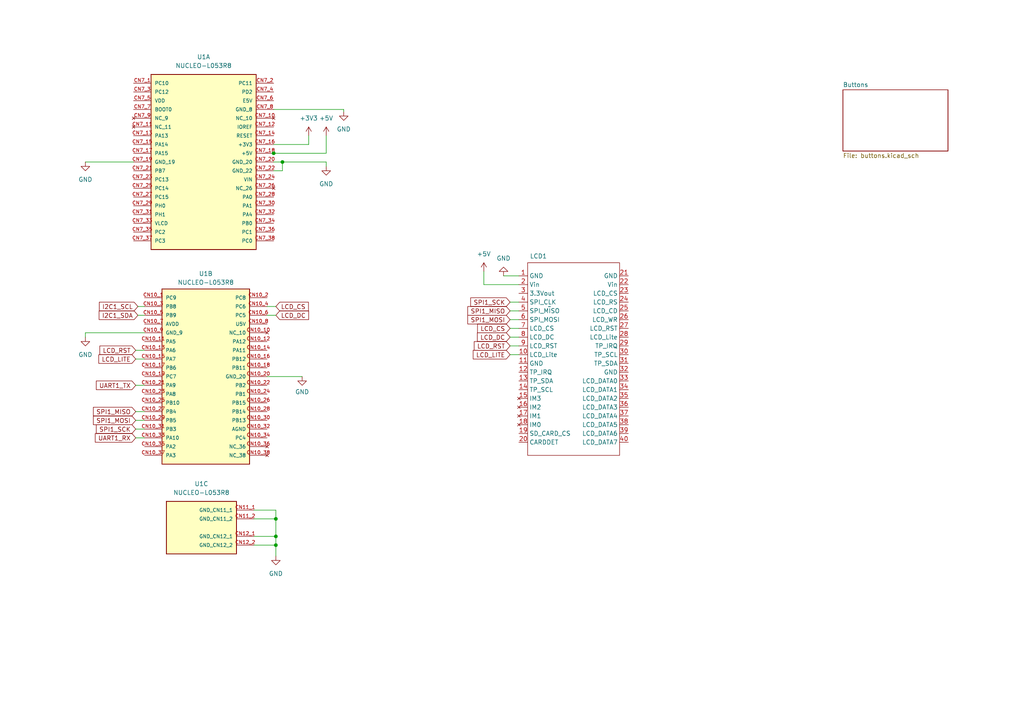
<source format=kicad_sch>
(kicad_sch (version 20230121) (generator eeschema)

  (uuid e40fcfd6-4070-4bae-bfa8-988e9cebe59d)

  (paper "A4")

  (lib_symbols
    (symbol "KPM-Dev-Boards:Adafruit_2090_Display" (in_bom yes) (on_board yes)
      (property "Reference" "LCD" (at -30.48 27.94 0)
        (effects (font (size 1.27 1.27)))
      )
      (property "Value" "" (at -24.13 13.97 0)
        (effects (font (size 1.27 1.27)))
      )
      (property "Footprint" "KPM-Dev-Boards:Adafruit_2090_Display" (at -19.05 31.75 0)
        (effects (font (size 1.27 1.27)) hide)
      )
      (property "Datasheet" "" (at -24.13 13.97 0)
        (effects (font (size 1.27 1.27)) hide)
      )
      (symbol "Adafruit_2090_Display_1_1"
        (rectangle (start -30.48 26.67) (end -3.81 -29.21)
          (stroke (width 0) (type default))
          (fill (type none))
        )
        (pin power_in line (at -33.02 22.86 0) (length 2.54)
          (name "GND" (effects (font (size 1.27 1.27))))
          (number "1" (effects (font (size 1.27 1.27))))
        )
        (pin input line (at -33.02 0 0) (length 2.54)
          (name "LCD_Lite" (effects (font (size 1.27 1.27))))
          (number "10" (effects (font (size 1.27 1.27))))
        )
        (pin power_in line (at -33.02 -2.54 0) (length 2.54)
          (name "GND" (effects (font (size 1.27 1.27))))
          (number "11" (effects (font (size 1.27 1.27))))
        )
        (pin output line (at -33.02 -5.08 0) (length 2.54)
          (name "TP_IRQ" (effects (font (size 1.27 1.27))))
          (number "12" (effects (font (size 1.27 1.27))))
        )
        (pin input line (at -33.02 -7.62 0) (length 2.54)
          (name "TP_SDA" (effects (font (size 1.27 1.27))))
          (number "13" (effects (font (size 1.27 1.27))))
        )
        (pin input line (at -33.02 -10.16 0) (length 2.54)
          (name "TP_SCL" (effects (font (size 1.27 1.27))))
          (number "14" (effects (font (size 1.27 1.27))))
        )
        (pin no_connect line (at -33.02 -12.7 0) (length 2.54)
          (name "IM3" (effects (font (size 1.27 1.27))))
          (number "15" (effects (font (size 1.27 1.27))))
        )
        (pin no_connect line (at -33.02 -15.24 0) (length 2.54)
          (name "IM2" (effects (font (size 1.27 1.27))))
          (number "16" (effects (font (size 1.27 1.27))))
        )
        (pin no_connect line (at -33.02 -17.78 0) (length 2.54)
          (name "IM1" (effects (font (size 1.27 1.27))))
          (number "17" (effects (font (size 1.27 1.27))))
        )
        (pin no_connect line (at -33.02 -20.32 0) (length 2.54)
          (name "IM0" (effects (font (size 1.27 1.27))))
          (number "18" (effects (font (size 1.27 1.27))))
        )
        (pin input line (at -33.02 -22.86 0) (length 2.54)
          (name "SD_CARD_CS" (effects (font (size 1.27 1.27))))
          (number "19" (effects (font (size 1.27 1.27))))
        )
        (pin power_in line (at -33.02 20.32 0) (length 2.54)
          (name "Vin" (effects (font (size 1.27 1.27))))
          (number "2" (effects (font (size 1.27 1.27))))
        )
        (pin input line (at -33.02 -25.4 0) (length 2.54)
          (name "CARDDET" (effects (font (size 1.27 1.27))))
          (number "20" (effects (font (size 1.27 1.27))))
        )
        (pin power_in line (at -1.27 22.86 180) (length 2.54)
          (name "GND" (effects (font (size 1.27 1.27))))
          (number "21" (effects (font (size 1.27 1.27))))
        )
        (pin power_in line (at -1.27 20.32 180) (length 2.54)
          (name "Vin" (effects (font (size 1.27 1.27))))
          (number "22" (effects (font (size 1.27 1.27))))
        )
        (pin input line (at -1.27 17.78 180) (length 2.54)
          (name "LCD_CS" (effects (font (size 1.27 1.27))))
          (number "23" (effects (font (size 1.27 1.27))))
        )
        (pin input line (at -1.27 15.24 180) (length 2.54)
          (name "LCD_RS" (effects (font (size 1.27 1.27))))
          (number "24" (effects (font (size 1.27 1.27))))
        )
        (pin input line (at -1.27 12.7 180) (length 2.54)
          (name "LCD_CD" (effects (font (size 1.27 1.27))))
          (number "25" (effects (font (size 1.27 1.27))))
        )
        (pin input line (at -1.27 10.16 180) (length 2.54)
          (name "LCD_WR" (effects (font (size 1.27 1.27))))
          (number "26" (effects (font (size 1.27 1.27))))
        )
        (pin input line (at -1.27 7.62 180) (length 2.54)
          (name "LCD_RST" (effects (font (size 1.27 1.27))))
          (number "27" (effects (font (size 1.27 1.27))))
        )
        (pin input line (at -1.27 5.08 180) (length 2.54)
          (name "LCD_Lite" (effects (font (size 1.27 1.27))))
          (number "28" (effects (font (size 1.27 1.27))))
        )
        (pin output line (at -1.27 2.54 180) (length 2.54)
          (name "TP_IRQ" (effects (font (size 1.27 1.27))))
          (number "29" (effects (font (size 1.27 1.27))))
        )
        (pin power_out line (at -33.02 17.78 0) (length 2.54)
          (name "3.3Vout" (effects (font (size 1.27 1.27))))
          (number "3" (effects (font (size 1.27 1.27))))
        )
        (pin input line (at -1.27 0 180) (length 2.54)
          (name "TP_SCL" (effects (font (size 1.27 1.27))))
          (number "30" (effects (font (size 1.27 1.27))))
        )
        (pin input line (at -1.27 -2.54 180) (length 2.54)
          (name "TP_SDA" (effects (font (size 1.27 1.27))))
          (number "31" (effects (font (size 1.27 1.27))))
        )
        (pin power_in line (at -1.27 -5.08 180) (length 2.54)
          (name "GND" (effects (font (size 1.27 1.27))))
          (number "32" (effects (font (size 1.27 1.27))))
        )
        (pin input line (at -1.27 -7.62 180) (length 2.54)
          (name "LCD_DATA0" (effects (font (size 1.27 1.27))))
          (number "33" (effects (font (size 1.27 1.27))))
        )
        (pin input line (at -1.27 -10.16 180) (length 2.54)
          (name "LCD_DATA1" (effects (font (size 1.27 1.27))))
          (number "34" (effects (font (size 1.27 1.27))))
        )
        (pin input line (at -1.27 -12.7 180) (length 2.54)
          (name "LCD_DATA2" (effects (font (size 1.27 1.27))))
          (number "35" (effects (font (size 1.27 1.27))))
        )
        (pin input line (at -1.27 -15.24 180) (length 2.54)
          (name "LCD_DATA3" (effects (font (size 1.27 1.27))))
          (number "36" (effects (font (size 1.27 1.27))))
        )
        (pin input line (at -1.27 -17.78 180) (length 2.54)
          (name "LCD_DATA4" (effects (font (size 1.27 1.27))))
          (number "37" (effects (font (size 1.27 1.27))))
        )
        (pin input line (at -1.27 -20.32 180) (length 2.54)
          (name "LCD_DATA5" (effects (font (size 1.27 1.27))))
          (number "38" (effects (font (size 1.27 1.27))))
        )
        (pin input line (at -1.27 -22.86 180) (length 2.54)
          (name "LCD_DATA6" (effects (font (size 1.27 1.27))))
          (number "39" (effects (font (size 1.27 1.27))))
        )
        (pin input line (at -33.02 15.24 0) (length 2.54)
          (name "SPI_CLK" (effects (font (size 1.27 1.27))))
          (number "4" (effects (font (size 1.27 1.27))))
        )
        (pin input line (at -1.27 -25.4 180) (length 2.54)
          (name "LCD_DATA7" (effects (font (size 1.27 1.27))))
          (number "40" (effects (font (size 1.27 1.27))))
        )
        (pin input line (at -33.02 12.7 0) (length 2.54)
          (name "SPI_MISO" (effects (font (size 1.27 1.27))))
          (number "5" (effects (font (size 1.27 1.27))))
        )
        (pin input line (at -33.02 10.16 0) (length 2.54)
          (name "SPI_MOSI" (effects (font (size 1.27 1.27))))
          (number "6" (effects (font (size 1.27 1.27))))
        )
        (pin input line (at -33.02 7.62 0) (length 2.54)
          (name "LCD_CS" (effects (font (size 1.27 1.27))))
          (number "7" (effects (font (size 1.27 1.27))))
        )
        (pin input line (at -33.02 5.08 0) (length 2.54)
          (name "LCD_DC" (effects (font (size 1.27 1.27))))
          (number "8" (effects (font (size 1.27 1.27))))
        )
        (pin input line (at -33.02 2.54 0) (length 2.54)
          (name "LCD_RST" (effects (font (size 1.27 1.27))))
          (number "9" (effects (font (size 1.27 1.27))))
        )
      )
    )
    (symbol "KPM-Dev-Boards:NUCLEO-L053R8" (pin_names (offset 1.016)) (in_bom yes) (on_board yes)
      (property "Reference" "U" (at -21.59 80.01 0)
        (effects (font (size 1.27 1.27)) (justify left bottom))
      )
      (property "Value" "NUCLEO-L053R8" (at -17.78 25.4 0)
        (effects (font (size 1.27 1.27)) (justify left bottom))
      )
      (property "Footprint" "KPM-Dev-Boards:MODULE_NUCLEO-L053R8" (at -6.35 46.99 0)
        (effects (font (size 1.27 1.27)) (justify bottom) hide)
      )
      (property "Datasheet" "" (at 0 0 0)
        (effects (font (size 1.27 1.27)) hide)
      )
      (property "MF" "STMicroelectronics" (at -2.54 35.56 0)
        (effects (font (size 1.27 1.27)) (justify bottom) hide)
      )
      (property "DESCRIPTION" "STM32L053R8, mbed-Enabled Development Nucleo-64 STM32L0 ARM® Cortex®-M0+ MCU 32-Bit Embedded Evaluation Board" (at 1.27 43.18 0)
        (effects (font (size 1.27 1.27)) (justify bottom) hide)
      )
      (property "PACKAGE" "None" (at 27.94 36.83 0)
        (effects (font (size 1.27 1.27)) (justify bottom) hide)
      )
      (property "PRICE" "None" (at 0 0 0)
        (effects (font (size 1.27 1.27)) (justify bottom) hide)
      )
      (property "Package" "None" (at 0 0 0)
        (effects (font (size 1.27 1.27)) (justify bottom) hide)
      )
      (property "Check_prices" "https://www.snapeda.com/parts/NUCLEO-L053R8/STMicroelectronics/view-part/?ref=eda" (at 1.27 43.18 0)
        (effects (font (size 1.27 1.27)) (justify bottom) hide)
      )
      (property "Price" "None" (at 0 0 0)
        (effects (font (size 1.27 1.27)) (justify bottom) hide)
      )
      (property "SnapEDA_Link" "https://www.snapeda.com/parts/NUCLEO-L053R8/STMicroelectronics/view-part/?ref=snap" (at 1.27 43.18 0)
        (effects (font (size 1.27 1.27)) (justify bottom) hide)
      )
      (property "MP" "NUCLEO-L053R8" (at -3.81 39.37 0)
        (effects (font (size 1.27 1.27)) (justify bottom) hide)
      )
      (property "Purchase-URL" "https://www.snapeda.com/api/url_track_click_mouser/?unipart_id=327843&manufacturer=STMicroelectronics&part_name=NUCLEO-L053R8&search_term=nucleo" (at 1.27 43.18 0)
        (effects (font (size 1.27 1.27)) (justify bottom) hide)
      )
      (property "Description" "\nSTM32L053R8, mbed-Enabled Development Nucleo-64 STM32L0 ARM® Cortex®-M0+ MCU 32-Bit Embedded Evaluation Board\n" (at 1.27 43.18 0)
        (effects (font (size 1.27 1.27)) (justify bottom) hide)
      )
      (property "Availability" "In Stock" (at 6.35 50.8 0)
        (effects (font (size 1.27 1.27)) (justify bottom) hide)
      )
      (property "AVAILABILITY" "In Stock" (at 25.4 52.07 0)
        (effects (font (size 1.27 1.27)) (justify bottom) hide)
      )
      (property "PURCHASE-URL" "https://pricing.snapeda.com/search/part/NUCLEO-L053R8/?ref=eda" (at 1.27 43.18 0)
        (effects (font (size 1.27 1.27)) (justify bottom) hide)
      )
      (property "ki_locked" "" (at 0 0 0)
        (effects (font (size 1.27 1.27)))
      )
      (symbol "NUCLEO-L053R8_1_0"
        (rectangle (start -25.4 29.21) (end 5.08 80.01)
          (stroke (width 0.254) (type default))
          (fill (type background))
        )
        (pin passive line (at -30.48 77.47 0) (length 5.08)
          (name "PC10" (effects (font (size 1.016 1.016))))
          (number "CN7_1" (effects (font (size 1.016 1.016))))
        )
        (pin no_connect line (at 10.16 67.31 180) (length 5.08)
          (name "NC_10" (effects (font (size 1.016 1.016))))
          (number "CN7_10" (effects (font (size 1.016 1.016))))
        )
        (pin no_connect line (at -30.48 64.77 0) (length 5.08)
          (name "NC_11" (effects (font (size 1.016 1.016))))
          (number "CN7_11" (effects (font (size 1.016 1.016))))
        )
        (pin passive line (at 10.16 64.77 180) (length 5.08)
          (name "IOREF" (effects (font (size 1.016 1.016))))
          (number "CN7_12" (effects (font (size 1.016 1.016))))
        )
        (pin passive line (at -30.48 62.23 0) (length 5.08)
          (name "PA13" (effects (font (size 1.016 1.016))))
          (number "CN7_13" (effects (font (size 1.016 1.016))))
        )
        (pin passive line (at 10.16 62.23 180) (length 5.08)
          (name "RESET" (effects (font (size 1.016 1.016))))
          (number "CN7_14" (effects (font (size 1.016 1.016))))
        )
        (pin passive line (at -30.48 59.69 0) (length 5.08)
          (name "PA14" (effects (font (size 1.016 1.016))))
          (number "CN7_15" (effects (font (size 1.016 1.016))))
        )
        (pin passive line (at 10.16 59.69 180) (length 5.08)
          (name "+3V3" (effects (font (size 1.016 1.016))))
          (number "CN7_16" (effects (font (size 1.016 1.016))))
        )
        (pin passive line (at -30.48 57.15 0) (length 5.08)
          (name "PA15" (effects (font (size 1.016 1.016))))
          (number "CN7_17" (effects (font (size 1.016 1.016))))
        )
        (pin passive line (at 10.16 57.15 180) (length 5.08)
          (name "+5V" (effects (font (size 1.016 1.016))))
          (number "CN7_18" (effects (font (size 1.016 1.016))))
        )
        (pin power_in line (at -30.48 54.61 0) (length 5.08)
          (name "GND_19" (effects (font (size 1.016 1.016))))
          (number "CN7_19" (effects (font (size 1.016 1.016))))
        )
        (pin passive line (at 10.16 77.47 180) (length 5.08)
          (name "PC11" (effects (font (size 1.016 1.016))))
          (number "CN7_2" (effects (font (size 1.016 1.016))))
        )
        (pin power_in line (at 10.16 54.61 180) (length 5.08)
          (name "GND_20" (effects (font (size 1.016 1.016))))
          (number "CN7_20" (effects (font (size 1.016 1.016))))
        )
        (pin passive line (at -30.48 52.07 0) (length 5.08)
          (name "PB7" (effects (font (size 1.016 1.016))))
          (number "CN7_21" (effects (font (size 1.016 1.016))))
        )
        (pin power_in line (at 10.16 52.07 180) (length 5.08)
          (name "GND_22" (effects (font (size 1.016 1.016))))
          (number "CN7_22" (effects (font (size 1.016 1.016))))
        )
        (pin passive line (at -30.48 49.53 0) (length 5.08)
          (name "PC13" (effects (font (size 1.016 1.016))))
          (number "CN7_23" (effects (font (size 1.016 1.016))))
        )
        (pin power_in line (at 10.16 49.53 180) (length 5.08)
          (name "VIN" (effects (font (size 1.016 1.016))))
          (number "CN7_24" (effects (font (size 1.016 1.016))))
        )
        (pin passive line (at -30.48 46.99 0) (length 5.08)
          (name "PC14" (effects (font (size 1.016 1.016))))
          (number "CN7_25" (effects (font (size 1.016 1.016))))
        )
        (pin no_connect line (at 10.16 46.99 180) (length 5.08)
          (name "NC_26" (effects (font (size 1.016 1.016))))
          (number "CN7_26" (effects (font (size 1.016 1.016))))
        )
        (pin passive line (at -30.48 44.45 0) (length 5.08)
          (name "PC15" (effects (font (size 1.016 1.016))))
          (number "CN7_27" (effects (font (size 1.016 1.016))))
        )
        (pin passive line (at 10.16 44.45 180) (length 5.08)
          (name "PA0" (effects (font (size 1.016 1.016))))
          (number "CN7_28" (effects (font (size 1.016 1.016))))
        )
        (pin passive line (at -30.48 41.91 0) (length 5.08)
          (name "PH0" (effects (font (size 1.016 1.016))))
          (number "CN7_29" (effects (font (size 1.016 1.016))))
        )
        (pin passive line (at -30.48 74.93 0) (length 5.08)
          (name "PC12" (effects (font (size 1.016 1.016))))
          (number "CN7_3" (effects (font (size 1.016 1.016))))
        )
        (pin passive line (at 10.16 41.91 180) (length 5.08)
          (name "PA1" (effects (font (size 1.016 1.016))))
          (number "CN7_30" (effects (font (size 1.016 1.016))))
        )
        (pin passive line (at -30.48 39.37 0) (length 5.08)
          (name "PH1" (effects (font (size 1.016 1.016))))
          (number "CN7_31" (effects (font (size 1.016 1.016))))
        )
        (pin passive line (at 10.16 39.37 180) (length 5.08)
          (name "PA4" (effects (font (size 1.016 1.016))))
          (number "CN7_32" (effects (font (size 1.016 1.016))))
        )
        (pin passive line (at -30.48 36.83 0) (length 5.08)
          (name "VLCD" (effects (font (size 1.016 1.016))))
          (number "CN7_33" (effects (font (size 1.016 1.016))))
        )
        (pin passive line (at 10.16 36.83 180) (length 5.08)
          (name "PB0" (effects (font (size 1.016 1.016))))
          (number "CN7_34" (effects (font (size 1.016 1.016))))
        )
        (pin passive line (at -30.48 34.29 0) (length 5.08)
          (name "PC2" (effects (font (size 1.016 1.016))))
          (number "CN7_35" (effects (font (size 1.016 1.016))))
        )
        (pin passive line (at 10.16 34.29 180) (length 5.08)
          (name "PC1" (effects (font (size 1.016 1.016))))
          (number "CN7_36" (effects (font (size 1.016 1.016))))
        )
        (pin passive line (at -30.48 31.75 0) (length 5.08)
          (name "PC3" (effects (font (size 1.016 1.016))))
          (number "CN7_37" (effects (font (size 1.016 1.016))))
        )
        (pin passive line (at 10.16 31.75 180) (length 5.08)
          (name "PC0" (effects (font (size 1.016 1.016))))
          (number "CN7_38" (effects (font (size 1.016 1.016))))
        )
        (pin passive line (at 10.16 74.93 180) (length 5.08)
          (name "PD2" (effects (font (size 1.016 1.016))))
          (number "CN7_4" (effects (font (size 1.016 1.016))))
        )
        (pin power_in line (at -30.48 72.39 0) (length 5.08)
          (name "VDD" (effects (font (size 1.016 1.016))))
          (number "CN7_5" (effects (font (size 1.016 1.016))))
        )
        (pin passive line (at 10.16 72.39 180) (length 5.08)
          (name "E5V" (effects (font (size 1.016 1.016))))
          (number "CN7_6" (effects (font (size 1.016 1.016))))
        )
        (pin passive line (at -30.48 69.85 0) (length 5.08)
          (name "BOOT0" (effects (font (size 1.016 1.016))))
          (number "CN7_7" (effects (font (size 1.016 1.016))))
        )
        (pin power_in line (at 10.16 69.85 180) (length 5.08)
          (name "GND_8" (effects (font (size 1.016 1.016))))
          (number "CN7_8" (effects (font (size 1.016 1.016))))
        )
        (pin no_connect line (at -30.48 67.31 0) (length 5.08)
          (name "NC_9" (effects (font (size 1.016 1.016))))
          (number "CN7_9" (effects (font (size 1.016 1.016))))
        )
      )
      (symbol "NUCLEO-L053R8_2_0"
        (rectangle (start -22.86 78.74) (end 2.54 27.94)
          (stroke (width 0.254) (type default))
          (fill (type background))
        )
        (pin passive line (at -27.94 76.2 0) (length 5.08)
          (name "PC9" (effects (font (size 1.016 1.016))))
          (number "CN10_1" (effects (font (size 1.016 1.016))))
        )
        (pin no_connect line (at 7.62 66.04 180) (length 5.08)
          (name "NC_10" (effects (font (size 1.016 1.016))))
          (number "CN10_10" (effects (font (size 1.016 1.016))))
        )
        (pin passive line (at -27.94 63.5 0) (length 5.08)
          (name "PA5" (effects (font (size 1.016 1.016))))
          (number "CN10_11" (effects (font (size 1.016 1.016))))
        )
        (pin passive line (at 7.62 63.5 180) (length 5.08)
          (name "PA12" (effects (font (size 1.016 1.016))))
          (number "CN10_12" (effects (font (size 1.016 1.016))))
        )
        (pin passive line (at -27.94 60.96 0) (length 5.08)
          (name "PA6" (effects (font (size 1.016 1.016))))
          (number "CN10_13" (effects (font (size 1.016 1.016))))
        )
        (pin passive line (at 7.62 60.96 180) (length 5.08)
          (name "PA11" (effects (font (size 1.016 1.016))))
          (number "CN10_14" (effects (font (size 1.016 1.016))))
        )
        (pin passive line (at -27.94 58.42 0) (length 5.08)
          (name "PA7" (effects (font (size 1.016 1.016))))
          (number "CN10_15" (effects (font (size 1.016 1.016))))
        )
        (pin passive line (at 7.62 58.42 180) (length 5.08)
          (name "PB12" (effects (font (size 1.016 1.016))))
          (number "CN10_16" (effects (font (size 1.016 1.016))))
        )
        (pin passive line (at -27.94 55.88 0) (length 5.08)
          (name "PB6" (effects (font (size 1.016 1.016))))
          (number "CN10_17" (effects (font (size 1.016 1.016))))
        )
        (pin passive line (at 7.62 55.88 180) (length 5.08)
          (name "PB11" (effects (font (size 1.016 1.016))))
          (number "CN10_18" (effects (font (size 1.016 1.016))))
        )
        (pin passive line (at -27.94 53.34 0) (length 5.08)
          (name "PC7" (effects (font (size 1.016 1.016))))
          (number "CN10_19" (effects (font (size 1.016 1.016))))
        )
        (pin passive line (at 7.62 76.2 180) (length 5.08)
          (name "PC8" (effects (font (size 1.016 1.016))))
          (number "CN10_2" (effects (font (size 1.016 1.016))))
        )
        (pin power_in line (at 7.62 53.34 180) (length 5.08)
          (name "GND_20" (effects (font (size 1.016 1.016))))
          (number "CN10_20" (effects (font (size 1.016 1.016))))
        )
        (pin passive line (at -27.94 50.8 0) (length 5.08)
          (name "PA9" (effects (font (size 1.016 1.016))))
          (number "CN10_21" (effects (font (size 1.016 1.016))))
        )
        (pin passive line (at 7.62 50.8 180) (length 5.08)
          (name "PB2" (effects (font (size 1.016 1.016))))
          (number "CN10_22" (effects (font (size 1.016 1.016))))
        )
        (pin passive line (at -27.94 48.26 0) (length 5.08)
          (name "PA8" (effects (font (size 1.016 1.016))))
          (number "CN10_23" (effects (font (size 1.016 1.016))))
        )
        (pin passive line (at 7.62 48.26 180) (length 5.08)
          (name "PB1" (effects (font (size 1.016 1.016))))
          (number "CN10_24" (effects (font (size 1.016 1.016))))
        )
        (pin passive line (at -27.94 45.72 0) (length 5.08)
          (name "PB10" (effects (font (size 1.016 1.016))))
          (number "CN10_25" (effects (font (size 1.016 1.016))))
        )
        (pin passive line (at 7.62 45.72 180) (length 5.08)
          (name "PB15" (effects (font (size 1.016 1.016))))
          (number "CN10_26" (effects (font (size 1.016 1.016))))
        )
        (pin passive line (at -27.94 43.18 0) (length 5.08)
          (name "PB4" (effects (font (size 1.016 1.016))))
          (number "CN10_27" (effects (font (size 1.016 1.016))))
        )
        (pin passive line (at 7.62 43.18 180) (length 5.08)
          (name "PB14" (effects (font (size 1.016 1.016))))
          (number "CN10_28" (effects (font (size 1.016 1.016))))
        )
        (pin passive line (at -27.94 40.64 0) (length 5.08)
          (name "PB5" (effects (font (size 1.016 1.016))))
          (number "CN10_29" (effects (font (size 1.016 1.016))))
        )
        (pin passive line (at -27.94 73.66 0) (length 5.08)
          (name "PB8" (effects (font (size 1.016 1.016))))
          (number "CN10_3" (effects (font (size 1.016 1.016))))
        )
        (pin passive line (at 7.62 40.64 180) (length 5.08)
          (name "PB13" (effects (font (size 1.016 1.016))))
          (number "CN10_30" (effects (font (size 1.016 1.016))))
        )
        (pin passive line (at -27.94 38.1 0) (length 5.08)
          (name "PB3" (effects (font (size 1.016 1.016))))
          (number "CN10_31" (effects (font (size 1.016 1.016))))
        )
        (pin power_in line (at 7.62 38.1 180) (length 5.08)
          (name "AGND" (effects (font (size 1.016 1.016))))
          (number "CN10_32" (effects (font (size 1.016 1.016))))
        )
        (pin passive line (at -27.94 35.56 0) (length 5.08)
          (name "PA10" (effects (font (size 1.016 1.016))))
          (number "CN10_33" (effects (font (size 1.016 1.016))))
        )
        (pin passive line (at 7.62 35.56 180) (length 5.08)
          (name "PC4" (effects (font (size 1.016 1.016))))
          (number "CN10_34" (effects (font (size 1.016 1.016))))
        )
        (pin passive line (at -27.94 33.02 0) (length 5.08)
          (name "PA2" (effects (font (size 1.016 1.016))))
          (number "CN10_35" (effects (font (size 1.016 1.016))))
        )
        (pin no_connect line (at 7.62 33.02 180) (length 5.08)
          (name "NC_36" (effects (font (size 1.016 1.016))))
          (number "CN10_36" (effects (font (size 1.016 1.016))))
        )
        (pin passive line (at -27.94 30.48 0) (length 5.08)
          (name "PA3" (effects (font (size 1.016 1.016))))
          (number "CN10_37" (effects (font (size 1.016 1.016))))
        )
        (pin no_connect line (at 7.62 30.48 180) (length 5.08)
          (name "NC_38" (effects (font (size 1.016 1.016))))
          (number "CN10_38" (effects (font (size 1.016 1.016))))
        )
        (pin passive line (at 7.62 73.66 180) (length 5.08)
          (name "PC6" (effects (font (size 1.016 1.016))))
          (number "CN10_4" (effects (font (size 1.016 1.016))))
        )
        (pin passive line (at -27.94 71.12 0) (length 5.08)
          (name "PB9" (effects (font (size 1.016 1.016))))
          (number "CN10_5" (effects (font (size 1.016 1.016))))
        )
        (pin passive line (at 7.62 71.12 180) (length 5.08)
          (name "PC5" (effects (font (size 1.016 1.016))))
          (number "CN10_6" (effects (font (size 1.016 1.016))))
        )
        (pin power_in line (at -27.94 68.58 0) (length 5.08)
          (name "AVDD" (effects (font (size 1.016 1.016))))
          (number "CN10_7" (effects (font (size 1.016 1.016))))
        )
        (pin passive line (at 7.62 68.58 180) (length 5.08)
          (name "U5V" (effects (font (size 1.016 1.016))))
          (number "CN10_8" (effects (font (size 1.016 1.016))))
        )
        (pin power_in line (at -27.94 66.04 0) (length 5.08)
          (name "GND_9" (effects (font (size 1.016 1.016))))
          (number "CN10_9" (effects (font (size 1.016 1.016))))
        )
      )
      (symbol "NUCLEO-L053R8_3_0"
        (rectangle (start -21.59 63.5) (end -1.27 78.74)
          (stroke (width 0.254) (type default))
          (fill (type background))
        )
        (pin power_in line (at 3.81 76.2 180) (length 5.08)
          (name "GND_CN11_1" (effects (font (size 1.016 1.016))))
          (number "CN11_1" (effects (font (size 1.016 1.016))))
        )
        (pin power_in line (at 3.81 73.66 180) (length 5.08)
          (name "GND_CN11_2" (effects (font (size 1.016 1.016))))
          (number "CN11_2" (effects (font (size 1.016 1.016))))
        )
        (pin power_in line (at 3.81 68.58 180) (length 5.08)
          (name "GND_CN12_1" (effects (font (size 1.016 1.016))))
          (number "CN12_1" (effects (font (size 1.016 1.016))))
        )
        (pin power_in line (at 3.81 66.04 180) (length 5.08)
          (name "GND_CN12_2" (effects (font (size 1.016 1.016))))
          (number "CN12_2" (effects (font (size 1.016 1.016))))
        )
      )
    )
    (symbol "power:+3V3" (power) (pin_names (offset 0)) (in_bom yes) (on_board yes)
      (property "Reference" "#PWR" (at 0 -3.81 0)
        (effects (font (size 1.27 1.27)) hide)
      )
      (property "Value" "+3V3" (at 0 3.556 0)
        (effects (font (size 1.27 1.27)))
      )
      (property "Footprint" "" (at 0 0 0)
        (effects (font (size 1.27 1.27)) hide)
      )
      (property "Datasheet" "" (at 0 0 0)
        (effects (font (size 1.27 1.27)) hide)
      )
      (property "ki_keywords" "global power" (at 0 0 0)
        (effects (font (size 1.27 1.27)) hide)
      )
      (property "ki_description" "Power symbol creates a global label with name \"+3V3\"" (at 0 0 0)
        (effects (font (size 1.27 1.27)) hide)
      )
      (symbol "+3V3_0_1"
        (polyline
          (pts
            (xy -0.762 1.27)
            (xy 0 2.54)
          )
          (stroke (width 0) (type default))
          (fill (type none))
        )
        (polyline
          (pts
            (xy 0 0)
            (xy 0 2.54)
          )
          (stroke (width 0) (type default))
          (fill (type none))
        )
        (polyline
          (pts
            (xy 0 2.54)
            (xy 0.762 1.27)
          )
          (stroke (width 0) (type default))
          (fill (type none))
        )
      )
      (symbol "+3V3_1_1"
        (pin power_in line (at 0 0 90) (length 0) hide
          (name "+3V3" (effects (font (size 1.27 1.27))))
          (number "1" (effects (font (size 1.27 1.27))))
        )
      )
    )
    (symbol "power:+5V" (power) (pin_names (offset 0)) (in_bom yes) (on_board yes)
      (property "Reference" "#PWR" (at 0 -3.81 0)
        (effects (font (size 1.27 1.27)) hide)
      )
      (property "Value" "+5V" (at 0 3.556 0)
        (effects (font (size 1.27 1.27)))
      )
      (property "Footprint" "" (at 0 0 0)
        (effects (font (size 1.27 1.27)) hide)
      )
      (property "Datasheet" "" (at 0 0 0)
        (effects (font (size 1.27 1.27)) hide)
      )
      (property "ki_keywords" "global power" (at 0 0 0)
        (effects (font (size 1.27 1.27)) hide)
      )
      (property "ki_description" "Power symbol creates a global label with name \"+5V\"" (at 0 0 0)
        (effects (font (size 1.27 1.27)) hide)
      )
      (symbol "+5V_0_1"
        (polyline
          (pts
            (xy -0.762 1.27)
            (xy 0 2.54)
          )
          (stroke (width 0) (type default))
          (fill (type none))
        )
        (polyline
          (pts
            (xy 0 0)
            (xy 0 2.54)
          )
          (stroke (width 0) (type default))
          (fill (type none))
        )
        (polyline
          (pts
            (xy 0 2.54)
            (xy 0.762 1.27)
          )
          (stroke (width 0) (type default))
          (fill (type none))
        )
      )
      (symbol "+5V_1_1"
        (pin power_in line (at 0 0 90) (length 0) hide
          (name "+5V" (effects (font (size 1.27 1.27))))
          (number "1" (effects (font (size 1.27 1.27))))
        )
      )
    )
    (symbol "power:GND" (power) (pin_names (offset 0)) (in_bom yes) (on_board yes)
      (property "Reference" "#PWR" (at 0 -6.35 0)
        (effects (font (size 1.27 1.27)) hide)
      )
      (property "Value" "GND" (at 0 -3.81 0)
        (effects (font (size 1.27 1.27)))
      )
      (property "Footprint" "" (at 0 0 0)
        (effects (font (size 1.27 1.27)) hide)
      )
      (property "Datasheet" "" (at 0 0 0)
        (effects (font (size 1.27 1.27)) hide)
      )
      (property "ki_keywords" "global power" (at 0 0 0)
        (effects (font (size 1.27 1.27)) hide)
      )
      (property "ki_description" "Power symbol creates a global label with name \"GND\" , ground" (at 0 0 0)
        (effects (font (size 1.27 1.27)) hide)
      )
      (symbol "GND_0_1"
        (polyline
          (pts
            (xy 0 0)
            (xy 0 -1.27)
            (xy 1.27 -1.27)
            (xy 0 -2.54)
            (xy -1.27 -1.27)
            (xy 0 -1.27)
          )
          (stroke (width 0) (type default))
          (fill (type none))
        )
      )
      (symbol "GND_1_1"
        (pin power_in line (at 0 0 270) (length 0) hide
          (name "GND" (effects (font (size 1.27 1.27))))
          (number "1" (effects (font (size 1.27 1.27))))
        )
      )
    )
  )

  (junction (at 80.01 150.495) (diameter 0) (color 0 0 0 0)
    (uuid 0f214fdd-44b9-4f9e-bf5b-45ee8449ad6f)
  )
  (junction (at 81.915 46.99) (diameter 0) (color 0 0 0 0)
    (uuid 2898aa7c-a0c7-42d0-a798-f9b60a36efa3)
  )
  (junction (at 80.01 158.115) (diameter 0) (color 0 0 0 0)
    (uuid 3894b8a7-b329-4438-bb4d-54abbe7a0562)
  )
  (junction (at 80.01 155.575) (diameter 0) (color 0 0 0 0)
    (uuid 719e396d-b255-4e52-92ff-e03925e76aa5)
  )
  (junction (at 79.375 44.45) (diameter 0) (color 0 0 0 0)
    (uuid c02fa216-187b-42cc-b59f-456fd98bda32)
  )

  (wire (pts (xy 79.375 49.53) (xy 81.915 49.53))
    (stroke (width 0) (type default))
    (uuid 089bc966-53ca-4bd6-9f51-47bd7b86a049)
  )
  (wire (pts (xy 78.74 44.45) (xy 79.375 44.45))
    (stroke (width 0) (type default))
    (uuid 0be21b58-fa4d-4720-962a-a17d26c2f972)
  )
  (wire (pts (xy 73.66 158.115) (xy 80.01 158.115))
    (stroke (width 0) (type default))
    (uuid 16ddf40a-404d-4de0-a997-74aa3fddc129)
  )
  (wire (pts (xy 79.375 41.91) (xy 89.535 41.91))
    (stroke (width 0) (type default))
    (uuid 1b53cd48-adac-4cb5-b088-89c90399d4fa)
  )
  (wire (pts (xy 39.37 111.76) (xy 41.91 111.76))
    (stroke (width 0) (type default))
    (uuid 1fe8398c-422f-4121-a7e0-893431726f9a)
  )
  (wire (pts (xy 79.375 31.75) (xy 99.695 31.75))
    (stroke (width 0) (type default))
    (uuid 22f70ebd-34dd-4164-b90b-49d20bc81dfd)
  )
  (wire (pts (xy 147.955 92.71) (xy 150.495 92.71))
    (stroke (width 0) (type default))
    (uuid 2c6dd68c-e1e1-4d86-a429-c505f7bbd18b)
  )
  (wire (pts (xy 79.375 46.99) (xy 81.915 46.99))
    (stroke (width 0) (type default))
    (uuid 2fc7a0d9-6265-4919-9954-a30d1c8ad66c)
  )
  (wire (pts (xy 81.915 46.99) (xy 94.615 46.99))
    (stroke (width 0) (type default))
    (uuid 37ed623b-eab8-4745-bcae-60839aa30090)
  )
  (wire (pts (xy 147.955 87.63) (xy 150.495 87.63))
    (stroke (width 0) (type default))
    (uuid 3b0bb581-90d1-4546-b552-9d59fd68b21e)
  )
  (wire (pts (xy 150.495 97.79) (xy 147.955 97.79))
    (stroke (width 0) (type default))
    (uuid 5060680f-9dcb-4b3c-b658-81346b4aa753)
  )
  (wire (pts (xy 146.05 80.01) (xy 150.495 80.01))
    (stroke (width 0) (type default))
    (uuid 5aeaa284-35b6-4eb0-ae19-0345742bf032)
  )
  (wire (pts (xy 147.955 100.33) (xy 150.495 100.33))
    (stroke (width 0) (type default))
    (uuid 5b469fbd-3654-4136-bc16-5790ac872a31)
  )
  (wire (pts (xy 150.495 82.55) (xy 140.335 82.55))
    (stroke (width 0) (type default))
    (uuid 5d5cb921-0de1-4f38-99c2-56a39526f940)
  )
  (wire (pts (xy 147.955 90.17) (xy 150.495 90.17))
    (stroke (width 0) (type default))
    (uuid 739d04f4-559c-449a-96fb-82b21650fd5a)
  )
  (wire (pts (xy 77.47 88.9) (xy 80.01 88.9))
    (stroke (width 0) (type default))
    (uuid 74a6ac5c-4299-4001-b1b2-050dde86754f)
  )
  (wire (pts (xy 39.37 101.6) (xy 41.91 101.6))
    (stroke (width 0) (type default))
    (uuid 762483e6-76f3-4275-b39a-f8f3099bf5b5)
  )
  (wire (pts (xy 80.01 155.575) (xy 80.01 158.115))
    (stroke (width 0) (type default))
    (uuid 7b56cb53-0d44-4ce4-b359-297c33ff0de7)
  )
  (wire (pts (xy 40.005 88.9) (xy 41.91 88.9))
    (stroke (width 0) (type default))
    (uuid 8494cf2b-3b1f-4526-8d97-984d56ad87ad)
  )
  (wire (pts (xy 81.915 49.53) (xy 81.915 46.99))
    (stroke (width 0) (type default))
    (uuid 8500e5e8-1ae1-4555-8acc-a9be94032af0)
  )
  (wire (pts (xy 73.66 147.955) (xy 80.01 147.955))
    (stroke (width 0) (type default))
    (uuid 8fd6312f-6630-4b73-9504-d9b0fc710353)
  )
  (wire (pts (xy 147.955 102.87) (xy 150.495 102.87))
    (stroke (width 0) (type default))
    (uuid 90752861-219c-4953-b97d-e34eb62e9a23)
  )
  (wire (pts (xy 79.375 44.45) (xy 94.615 44.45))
    (stroke (width 0) (type default))
    (uuid 929c39c5-63d3-4ff1-ab54-6592e496d5ef)
  )
  (wire (pts (xy 40.005 91.44) (xy 41.91 91.44))
    (stroke (width 0) (type default))
    (uuid 97e54ce0-0ca9-43ca-b012-565a2903c631)
  )
  (wire (pts (xy 94.615 46.99) (xy 94.615 48.26))
    (stroke (width 0) (type default))
    (uuid 9cc2cb80-2c5b-4693-9b92-e81ee7e46b01)
  )
  (wire (pts (xy 73.66 150.495) (xy 80.01 150.495))
    (stroke (width 0) (type default))
    (uuid a20d3830-ded6-4547-8724-23ef64733529)
  )
  (wire (pts (xy 39.37 119.38) (xy 41.91 119.38))
    (stroke (width 0) (type default))
    (uuid a4d8f7a8-7a8d-488c-bb3c-5ee4448f36a8)
  )
  (wire (pts (xy 39.37 104.14) (xy 41.91 104.14))
    (stroke (width 0) (type default))
    (uuid b1c5a3d1-fe5a-4616-a6a3-c1b5f35a777a)
  )
  (wire (pts (xy 150.495 95.25) (xy 147.955 95.25))
    (stroke (width 0) (type default))
    (uuid b9b20aed-507c-4a8f-86d4-d348e25def93)
  )
  (wire (pts (xy 24.765 46.99) (xy 38.735 46.99))
    (stroke (width 0) (type default))
    (uuid ba21cb2b-7b9f-4f39-8576-c00dfb932acc)
  )
  (wire (pts (xy 39.37 124.46) (xy 41.91 124.46))
    (stroke (width 0) (type default))
    (uuid c8ac58f9-b4ab-4462-b4d8-e859549daeca)
  )
  (wire (pts (xy 94.615 44.45) (xy 94.615 39.37))
    (stroke (width 0) (type default))
    (uuid ccbefcee-e1f6-4484-9e38-c1e33450e9cb)
  )
  (wire (pts (xy 80.01 158.115) (xy 80.01 161.29))
    (stroke (width 0) (type default))
    (uuid cebd5387-d6dd-4aa2-a31f-4967a76064c8)
  )
  (wire (pts (xy 89.535 41.91) (xy 89.535 39.37))
    (stroke (width 0) (type default))
    (uuid d1ca4cce-a819-439a-9588-3c5261980dcd)
  )
  (wire (pts (xy 77.47 109.22) (xy 87.63 109.22))
    (stroke (width 0) (type default))
    (uuid d33375aa-61b0-4e1e-95af-b3d6e172b2ab)
  )
  (wire (pts (xy 39.37 121.92) (xy 41.91 121.92))
    (stroke (width 0) (type default))
    (uuid db944eb4-d515-4b13-82f6-7264dd70814e)
  )
  (wire (pts (xy 99.695 31.75) (xy 99.695 32.385))
    (stroke (width 0) (type default))
    (uuid ddcfa85e-b6f0-46be-a18c-a648b2ffa971)
  )
  (wire (pts (xy 140.335 78.74) (xy 140.335 82.55))
    (stroke (width 0) (type default))
    (uuid e33f1c23-c882-4a75-9374-2d4ce022d03f)
  )
  (wire (pts (xy 73.66 155.575) (xy 80.01 155.575))
    (stroke (width 0) (type default))
    (uuid ed29f44a-08b3-4d9b-a53b-b55063ebca88)
  )
  (wire (pts (xy 77.47 91.44) (xy 80.01 91.44))
    (stroke (width 0) (type default))
    (uuid efa7b934-13ad-4ec1-89b5-52cb9b52accc)
  )
  (wire (pts (xy 80.01 150.495) (xy 80.01 155.575))
    (stroke (width 0) (type default))
    (uuid f3a82e52-2ebc-4367-8229-60c5422b0aee)
  )
  (wire (pts (xy 24.765 96.52) (xy 24.765 97.79))
    (stroke (width 0) (type default))
    (uuid f4a0e5c9-19bc-45bd-8b63-add6cb16cfd5)
  )
  (wire (pts (xy 39.37 127) (xy 41.91 127))
    (stroke (width 0) (type default))
    (uuid f6a569af-ef3d-4fa5-a902-95ac382f9114)
  )
  (wire (pts (xy 80.01 147.955) (xy 80.01 150.495))
    (stroke (width 0) (type default))
    (uuid f84d23bb-ef94-4015-809e-38f8716c252c)
  )
  (wire (pts (xy 41.91 96.52) (xy 24.765 96.52))
    (stroke (width 0) (type default))
    (uuid fc13e68d-388c-447d-b129-7a05ac6b51e0)
  )

  (global_label "LCD_CS" (shape input) (at 80.01 88.9 0) (fields_autoplaced)
    (effects (font (size 1.27 1.27)) (justify left))
    (uuid 02dc27c5-774f-4947-b9ef-94e0fd840eef)
    (property "Intersheetrefs" "${INTERSHEET_REFS}" (at 90.0104 88.9 0)
      (effects (font (size 1.27 1.27)) (justify left) hide)
    )
  )
  (global_label "LCD_DC" (shape input) (at 80.01 91.44 0) (fields_autoplaced)
    (effects (font (size 1.27 1.27)) (justify left))
    (uuid 1a118486-62ec-434b-9151-6fb984a7ad8b)
    (property "Intersheetrefs" "${INTERSHEET_REFS}" (at 90.0709 91.44 0)
      (effects (font (size 1.27 1.27)) (justify left) hide)
    )
  )
  (global_label "SPI1_MOSI" (shape input) (at 39.37 121.92 180) (fields_autoplaced)
    (effects (font (size 1.27 1.27)) (justify right))
    (uuid 32767232-28f9-4e6d-b428-0c30a3ae707c)
    (property "Intersheetrefs" "${INTERSHEET_REFS}" (at 26.5272 121.92 0)
      (effects (font (size 1.27 1.27)) (justify right) hide)
    )
  )
  (global_label "UART1_RX" (shape input) (at 39.37 127 180) (fields_autoplaced)
    (effects (font (size 1.27 1.27)) (justify right))
    (uuid 33d79772-1ffc-4db7-ac45-c013c62200ed)
    (property "Intersheetrefs" "${INTERSHEET_REFS}" (at 27.0715 127 0)
      (effects (font (size 1.27 1.27)) (justify right) hide)
    )
  )
  (global_label "UART1_TX" (shape input) (at 39.37 111.76 180) (fields_autoplaced)
    (effects (font (size 1.27 1.27)) (justify right))
    (uuid 3a62a591-44f9-4438-ac1e-b5cdafc50ed8)
    (property "Intersheetrefs" "${INTERSHEET_REFS}" (at 27.3739 111.76 0)
      (effects (font (size 1.27 1.27)) (justify right) hide)
    )
  )
  (global_label "SPI1_MISO" (shape input) (at 39.37 119.38 180) (fields_autoplaced)
    (effects (font (size 1.27 1.27)) (justify right))
    (uuid 3b264671-f912-49ff-8a95-c0d970b05db3)
    (property "Intersheetrefs" "${INTERSHEET_REFS}" (at 26.5272 119.38 0)
      (effects (font (size 1.27 1.27)) (justify right) hide)
    )
  )
  (global_label "LCD_LITE" (shape input) (at 39.37 104.14 180) (fields_autoplaced)
    (effects (font (size 1.27 1.27)) (justify right))
    (uuid 41847e97-9feb-4131-a683-10a38278032e)
    (property "Intersheetrefs" "${INTERSHEET_REFS}" (at 28.0996 104.14 0)
      (effects (font (size 1.27 1.27)) (justify right) hide)
    )
  )
  (global_label "SPI1_SCK" (shape input) (at 147.955 87.63 180) (fields_autoplaced)
    (effects (font (size 1.27 1.27)) (justify right))
    (uuid 66b7eeb7-ab72-4df0-8710-0496ffb6aa0f)
    (property "Intersheetrefs" "${INTERSHEET_REFS}" (at 135.9589 87.63 0)
      (effects (font (size 1.27 1.27)) (justify right) hide)
    )
  )
  (global_label "LCD_LITE" (shape input) (at 147.955 102.87 180) (fields_autoplaced)
    (effects (font (size 1.27 1.27)) (justify right))
    (uuid 6d14c7ac-91f4-425a-9aba-47db01c57e64)
    (property "Intersheetrefs" "${INTERSHEET_REFS}" (at 136.6846 102.87 0)
      (effects (font (size 1.27 1.27)) (justify right) hide)
    )
  )
  (global_label "I2C1_SDA" (shape input) (at 40.005 91.44 180) (fields_autoplaced)
    (effects (font (size 1.27 1.27)) (justify right))
    (uuid 7da11f16-3c1c-4851-8dee-0c1e16d2fa6e)
    (property "Intersheetrefs" "${INTERSHEET_REFS}" (at 28.1903 91.44 0)
      (effects (font (size 1.27 1.27)) (justify right) hide)
    )
  )
  (global_label "SPI1_MOSI" (shape input) (at 147.955 92.71 180) (fields_autoplaced)
    (effects (font (size 1.27 1.27)) (justify right))
    (uuid 7de33c02-7f61-4e6e-ab6c-1733e14ea4dc)
    (property "Intersheetrefs" "${INTERSHEET_REFS}" (at 135.1122 92.71 0)
      (effects (font (size 1.27 1.27)) (justify right) hide)
    )
  )
  (global_label "LCD_DC" (shape input) (at 147.955 97.79 180) (fields_autoplaced)
    (effects (font (size 1.27 1.27)) (justify right))
    (uuid 96b40105-61ea-4152-b932-f77f3eeebe08)
    (property "Intersheetrefs" "${INTERSHEET_REFS}" (at 137.8941 97.79 0)
      (effects (font (size 1.27 1.27)) (justify right) hide)
    )
  )
  (global_label "SPI1_MISO" (shape input) (at 147.955 90.17 180) (fields_autoplaced)
    (effects (font (size 1.27 1.27)) (justify right))
    (uuid a7f292b2-0966-4b6a-8734-38d50cf31801)
    (property "Intersheetrefs" "${INTERSHEET_REFS}" (at 135.1122 90.17 0)
      (effects (font (size 1.27 1.27)) (justify right) hide)
    )
  )
  (global_label "SPI1_SCK" (shape input) (at 39.37 124.46 180) (fields_autoplaced)
    (effects (font (size 1.27 1.27)) (justify right))
    (uuid b7259a95-f8bd-45f2-bb8f-80733fc56407)
    (property "Intersheetrefs" "${INTERSHEET_REFS}" (at 27.3739 124.46 0)
      (effects (font (size 1.27 1.27)) (justify right) hide)
    )
  )
  (global_label "I2C1_SCL" (shape input) (at 40.005 88.9 180) (fields_autoplaced)
    (effects (font (size 1.27 1.27)) (justify right))
    (uuid c7f20231-120a-417e-972d-eac167740942)
    (property "Intersheetrefs" "${INTERSHEET_REFS}" (at 28.2508 88.9 0)
      (effects (font (size 1.27 1.27)) (justify right) hide)
    )
  )
  (global_label "LCD_RST" (shape input) (at 147.955 100.33 180) (fields_autoplaced)
    (effects (font (size 1.27 1.27)) (justify right))
    (uuid cf6a1006-31e3-4cc4-9e21-149c46aa7189)
    (property "Intersheetrefs" "${INTERSHEET_REFS}" (at 136.987 100.33 0)
      (effects (font (size 1.27 1.27)) (justify right) hide)
    )
  )
  (global_label "LCD_CS" (shape input) (at 147.955 95.25 180) (fields_autoplaced)
    (effects (font (size 1.27 1.27)) (justify right))
    (uuid e675d85a-9ed6-4a53-a86f-4840cbb79607)
    (property "Intersheetrefs" "${INTERSHEET_REFS}" (at 137.9546 95.25 0)
      (effects (font (size 1.27 1.27)) (justify right) hide)
    )
  )
  (global_label "LCD_RST" (shape input) (at 39.37 101.6 180) (fields_autoplaced)
    (effects (font (size 1.27 1.27)) (justify right))
    (uuid eccf91ab-24a6-4305-950a-d92ec7f20c0d)
    (property "Intersheetrefs" "${INTERSHEET_REFS}" (at 28.402 101.6 0)
      (effects (font (size 1.27 1.27)) (justify right) hide)
    )
  )

  (symbol (lib_id "power:GND") (at 87.63 109.22 0) (unit 1)
    (in_bom yes) (on_board yes) (dnp no) (fields_autoplaced)
    (uuid 15b905d3-5097-45bd-bb9a-057797f388c6)
    (property "Reference" "#PWR03" (at 87.63 115.57 0)
      (effects (font (size 1.27 1.27)) hide)
    )
    (property "Value" "GND" (at 87.63 113.665 0)
      (effects (font (size 1.27 1.27)))
    )
    (property "Footprint" "" (at 87.63 109.22 0)
      (effects (font (size 1.27 1.27)) hide)
    )
    (property "Datasheet" "" (at 87.63 109.22 0)
      (effects (font (size 1.27 1.27)) hide)
    )
    (pin "1" (uuid 96318afe-d343-4cd6-a725-d6ad8d72bf3f))
    (instances
      (project "stm-nucleo-l053-base"
        (path "/e40fcfd6-4070-4bae-bfa8-988e9cebe59d"
          (reference "#PWR03") (unit 1)
        )
      )
    )
  )

  (symbol (lib_id "power:+5V") (at 140.335 78.74 0) (unit 1)
    (in_bom yes) (on_board yes) (dnp no) (fields_autoplaced)
    (uuid 27001c59-4178-4778-9afb-2686d9e57dc8)
    (property "Reference" "#PWR018" (at 140.335 82.55 0)
      (effects (font (size 1.27 1.27)) hide)
    )
    (property "Value" "+5V" (at 140.335 73.66 0)
      (effects (font (size 1.27 1.27)))
    )
    (property "Footprint" "" (at 140.335 78.74 0)
      (effects (font (size 1.27 1.27)) hide)
    )
    (property "Datasheet" "" (at 140.335 78.74 0)
      (effects (font (size 1.27 1.27)) hide)
    )
    (pin "1" (uuid ce374899-be76-4f46-9e19-b948574bf030))
    (instances
      (project "stm-nucleo-l053-base"
        (path "/e40fcfd6-4070-4bae-bfa8-988e9cebe59d"
          (reference "#PWR018") (unit 1)
        )
      )
    )
  )

  (symbol (lib_id "power:+3V3") (at 89.535 39.37 0) (unit 1)
    (in_bom yes) (on_board yes) (dnp no) (fields_autoplaced)
    (uuid 376d9269-5f5e-4c67-9bf2-07df4f568209)
    (property "Reference" "#PWR01" (at 89.535 43.18 0)
      (effects (font (size 1.27 1.27)) hide)
    )
    (property "Value" "+3V3" (at 89.535 34.29 0)
      (effects (font (size 1.27 1.27)))
    )
    (property "Footprint" "" (at 89.535 39.37 0)
      (effects (font (size 1.27 1.27)) hide)
    )
    (property "Datasheet" "" (at 89.535 39.37 0)
      (effects (font (size 1.27 1.27)) hide)
    )
    (pin "1" (uuid 4d48d6d3-d43a-41f8-8668-d73c6d2febb8))
    (instances
      (project "stm-nucleo-l053-base"
        (path "/e40fcfd6-4070-4bae-bfa8-988e9cebe59d"
          (reference "#PWR01") (unit 1)
        )
      )
    )
  )

  (symbol (lib_id "KPM-Dev-Boards:NUCLEO-L053R8") (at 69.85 162.56 0) (unit 2)
    (in_bom yes) (on_board yes) (dnp no) (fields_autoplaced)
    (uuid 66ae5551-bd73-49bc-90a8-ca4854eebde4)
    (property "Reference" "U1" (at 59.69 79.375 0)
      (effects (font (size 1.27 1.27)))
    )
    (property "Value" "NUCLEO-L053R8" (at 59.69 81.915 0)
      (effects (font (size 1.27 1.27)))
    )
    (property "Footprint" "KPM-Dev-Boards:MODULE_NUCLEO-L053R8" (at 63.5 115.57 0)
      (effects (font (size 1.27 1.27)) (justify bottom) hide)
    )
    (property "Datasheet" "" (at 69.85 162.56 0)
      (effects (font (size 1.27 1.27)) hide)
    )
    (property "MF" "STMicroelectronics" (at 67.31 127 0)
      (effects (font (size 1.27 1.27)) (justify bottom) hide)
    )
    (property "DESCRIPTION" "STM32L053R8, mbed-Enabled Development Nucleo-64 STM32L0 ARM® Cortex®-M0+ MCU 32-Bit Embedded Evaluation Board" (at 71.12 119.38 0)
      (effects (font (size 1.27 1.27)) (justify bottom) hide)
    )
    (property "PACKAGE" "None" (at 97.79 125.73 0)
      (effects (font (size 1.27 1.27)) (justify bottom) hide)
    )
    (property "PRICE" "None" (at 69.85 162.56 0)
      (effects (font (size 1.27 1.27)) (justify bottom) hide)
    )
    (property "Package" "None" (at 69.85 162.56 0)
      (effects (font (size 1.27 1.27)) (justify bottom) hide)
    )
    (property "Check_prices" "https://www.snapeda.com/parts/NUCLEO-L053R8/STMicroelectronics/view-part/?ref=eda" (at 71.12 119.38 0)
      (effects (font (size 1.27 1.27)) (justify bottom) hide)
    )
    (property "Price" "None" (at 69.85 162.56 0)
      (effects (font (size 1.27 1.27)) (justify bottom) hide)
    )
    (property "SnapEDA_Link" "https://www.snapeda.com/parts/NUCLEO-L053R8/STMicroelectronics/view-part/?ref=snap" (at 71.12 119.38 0)
      (effects (font (size 1.27 1.27)) (justify bottom) hide)
    )
    (property "MP" "NUCLEO-L053R8" (at 66.04 123.19 0)
      (effects (font (size 1.27 1.27)) (justify bottom) hide)
    )
    (property "Purchase-URL" "https://www.snapeda.com/api/url_track_click_mouser/?unipart_id=327843&manufacturer=STMicroelectronics&part_name=NUCLEO-L053R8&search_term=nucleo" (at 71.12 119.38 0)
      (effects (font (size 1.27 1.27)) (justify bottom) hide)
    )
    (property "Description" "\nSTM32L053R8, mbed-Enabled Development Nucleo-64 STM32L0 ARM® Cortex®-M0+ MCU 32-Bit Embedded Evaluation Board\n" (at 71.12 119.38 0)
      (effects (font (size 1.27 1.27)) (justify bottom) hide)
    )
    (property "Availability" "In Stock" (at 76.2 111.76 0)
      (effects (font (size 1.27 1.27)) (justify bottom) hide)
    )
    (property "AVAILABILITY" "In Stock" (at 95.25 110.49 0)
      (effects (font (size 1.27 1.27)) (justify bottom) hide)
    )
    (property "PURCHASE-URL" "https://pricing.snapeda.com/search/part/NUCLEO-L053R8/?ref=eda" (at 71.12 119.38 0)
      (effects (font (size 1.27 1.27)) (justify bottom) hide)
    )
    (pin "CN7_1" (uuid b60fbdb0-1791-4930-b60b-ea52e6d284d1))
    (pin "CN7_10" (uuid f09393fe-21ab-49be-944b-28e4cb190174))
    (pin "CN7_11" (uuid b374a845-0b12-472b-b2b5-ee19ea28b0a5))
    (pin "CN7_12" (uuid d33de2ba-de7b-42e0-8ec1-177b2f6e168e))
    (pin "CN7_13" (uuid bc487341-b048-423a-a6c8-a3cba1cea20f))
    (pin "CN7_14" (uuid eaee5845-98fd-4f37-95e5-4da4cabd6498))
    (pin "CN7_15" (uuid 97137191-52a5-489e-b0a1-169f98dbdf3f))
    (pin "CN7_16" (uuid 2d6cc705-751d-4abe-8888-331e9d815216))
    (pin "CN7_17" (uuid d4dae097-74cd-4c94-a0af-ed19c84e3ed0))
    (pin "CN7_18" (uuid bb142008-767d-4449-a265-250903fc0cb3))
    (pin "CN7_19" (uuid f58c0fad-7d78-47c2-83e0-0fbe5de5c9ab))
    (pin "CN7_2" (uuid b95d2bbf-d6dd-4677-8ef6-5320b89fc849))
    (pin "CN7_20" (uuid a1050025-0a1c-4ec1-9d6b-67f158f517ca))
    (pin "CN7_21" (uuid c5d745cc-6b71-4972-bc15-486e48f99c74))
    (pin "CN7_22" (uuid f48e7d06-9fb4-45dc-b8d2-13f7fe61d28f))
    (pin "CN7_23" (uuid dcf24f96-0cb5-4e00-b5a6-3538faadc09f))
    (pin "CN7_24" (uuid 7a233dc5-e403-4d2a-aabb-7102bc75b9b9))
    (pin "CN7_25" (uuid 8202d542-f966-47b9-a463-23d18d89ab44))
    (pin "CN7_26" (uuid a86d35e3-de06-4158-aa78-6a4ed37b97e2))
    (pin "CN7_27" (uuid f18bd588-27f4-4c50-976d-0a70db38133b))
    (pin "CN7_28" (uuid 4f210b5e-d541-4adf-a618-2efa67a41464))
    (pin "CN7_29" (uuid f61ddf81-ab77-43f9-8bd2-1bce8519ba4f))
    (pin "CN7_3" (uuid d2d1e52f-7e32-48aa-aff9-469c6d7b05c9))
    (pin "CN7_30" (uuid 0c664fbb-f4f9-45da-a1c3-8467093deef9))
    (pin "CN7_31" (uuid 1fa01dc8-55a1-4eb1-aec2-75aa8bf35bc4))
    (pin "CN7_32" (uuid 9d302d0c-897f-4675-b564-99cff43749eb))
    (pin "CN7_33" (uuid 90728058-73b3-4ceb-ba01-7985393f23f4))
    (pin "CN7_34" (uuid 1e3d03fc-8ca9-4e12-877f-1e6ce8da35ed))
    (pin "CN7_35" (uuid a638baab-bdc1-4d97-8713-98bc73da6af8))
    (pin "CN7_36" (uuid f8a0d7f9-85bc-4549-868a-a1dcb148853c))
    (pin "CN7_37" (uuid 6905bc9c-33c7-45e9-80a7-13b937d0024e))
    (pin "CN7_38" (uuid 55948067-4b8e-4e1e-8e48-ec551ac38900))
    (pin "CN7_4" (uuid bd19c77d-cc3e-478e-8184-d232f13043b0))
    (pin "CN7_5" (uuid e4c67075-587d-42c1-a3b5-18cfb63dd009))
    (pin "CN7_6" (uuid 45292e2e-0d1e-4a2b-8dfd-de5c55eaca7f))
    (pin "CN7_7" (uuid c0cd7359-2846-4822-ab4d-2b494f989241))
    (pin "CN7_8" (uuid 0341eff3-7ffc-4cb2-b79c-29c4a22b5cc1))
    (pin "CN7_9" (uuid 8f07aeb0-947d-499d-8419-982ecdd37ca7))
    (pin "CN10_1" (uuid ef6e442a-9e4b-45ef-9562-16e5f03247ab))
    (pin "CN10_10" (uuid 64ff38c6-7c08-4c30-bfc1-2f0316827ef6))
    (pin "CN10_11" (uuid 71f6142b-8973-4ba2-94ff-52a488e14dfe))
    (pin "CN10_12" (uuid c0f902e3-e29a-493e-a01f-8f4d103902c5))
    (pin "CN10_13" (uuid 3e951ccc-fe04-4e66-92e8-fb3f125074ec))
    (pin "CN10_14" (uuid 865afb09-081d-4915-b704-d2bbfdb84db7))
    (pin "CN10_15" (uuid 7fc72d7b-aded-472e-821c-d2d122a5ba62))
    (pin "CN10_16" (uuid 645b8e5e-c65e-44ed-9ca9-d95844a9ba38))
    (pin "CN10_17" (uuid 3d12f9bc-50ab-4fe2-8bff-f36032101d69))
    (pin "CN10_18" (uuid f5c31c80-3baf-47fb-ac67-f0a4d3866803))
    (pin "CN10_19" (uuid 94ee1d5a-e904-427b-a300-ad33eb354ce6))
    (pin "CN10_2" (uuid b140aa6f-4989-470f-9e10-d2daef13b42f))
    (pin "CN10_20" (uuid 0485db8c-dc55-49c8-93d2-e90f33548d05))
    (pin "CN10_21" (uuid 82603c71-5430-4ea9-9d00-f6d951314abd))
    (pin "CN10_22" (uuid be0a956d-1946-465c-be90-739ff5864b62))
    (pin "CN10_23" (uuid 5f28ab18-20a6-4065-bcd0-a97f75055e9d))
    (pin "CN10_24" (uuid 9ef5cb92-eb82-4b63-bd6f-f53c77cfe12f))
    (pin "CN10_25" (uuid 8659bcaf-92eb-443a-90e3-d45cc347a76a))
    (pin "CN10_26" (uuid 55e51027-eaaa-471c-a536-280746b1aded))
    (pin "CN10_27" (uuid 5afc500b-9072-46ec-8b73-bf3b4f691c9e))
    (pin "CN10_28" (uuid c31dd9ba-1117-4c01-ae22-7cd867033ead))
    (pin "CN10_29" (uuid 4c93d29a-ad5d-468e-afcd-4e4d7ba6864c))
    (pin "CN10_3" (uuid 66f80af0-9926-4cb6-ae56-392e29eed16e))
    (pin "CN10_30" (uuid f554567b-4330-4079-ada2-a60ad48bc665))
    (pin "CN10_31" (uuid 2f7230d9-71a0-4eb1-ae84-df9e03b11e91))
    (pin "CN10_32" (uuid 95c23554-793f-4837-b229-0f71b947e54f))
    (pin "CN10_33" (uuid 98258a24-a492-4151-9c5c-5768be6a81f9))
    (pin "CN10_34" (uuid b853898b-9db0-4606-baab-01322f62d79c))
    (pin "CN10_35" (uuid c0e50383-04a5-478e-aa56-7c2060f6f942))
    (pin "CN10_36" (uuid 966f094e-5f3a-41da-97c1-15631e37ec78))
    (pin "CN10_37" (uuid 2e26bcca-a14e-4cac-ad6f-16d867e9e041))
    (pin "CN10_38" (uuid cfa85b47-2a5a-4b35-964e-a23ea3377040))
    (pin "CN10_4" (uuid cab42e20-4f28-41d0-85c3-275b71c52536))
    (pin "CN10_5" (uuid 84eab993-599b-4927-a56e-7f2dac25adc0))
    (pin "CN10_6" (uuid dc832738-1714-4f77-962d-7282de050f33))
    (pin "CN10_7" (uuid f816fcea-494d-4b4c-a8cc-232acfc15c4c))
    (pin "CN10_8" (uuid 9968ef67-9472-44e8-b087-e2fd6e0b072b))
    (pin "CN10_9" (uuid 70fae0bf-c0e6-443f-b855-f4d1edfb5bfb))
    (pin "CN11_1" (uuid 1fa52093-886b-4ccc-9878-ea0c485fef85))
    (pin "CN11_2" (uuid 765e2f22-d6ea-4bf8-a35d-e253c776a4df))
    (pin "CN12_1" (uuid 6b3617f1-39de-432d-9159-494240a99e52))
    (pin "CN12_2" (uuid 1d9ce05b-0a9e-48ae-86a6-471bcef53260))
    (instances
      (project "stm-nucleo-l053-base"
        (path "/e40fcfd6-4070-4bae-bfa8-988e9cebe59d"
          (reference "U1") (unit 2)
        )
      )
    )
  )

  (symbol (lib_id "power:GND") (at 94.615 48.26 0) (unit 1)
    (in_bom yes) (on_board yes) (dnp no) (fields_autoplaced)
    (uuid 7a10832d-0fc7-49fe-8440-f4d1ff524551)
    (property "Reference" "#PWR05" (at 94.615 54.61 0)
      (effects (font (size 1.27 1.27)) hide)
    )
    (property "Value" "GND" (at 94.615 53.34 0)
      (effects (font (size 1.27 1.27)))
    )
    (property "Footprint" "" (at 94.615 48.26 0)
      (effects (font (size 1.27 1.27)) hide)
    )
    (property "Datasheet" "" (at 94.615 48.26 0)
      (effects (font (size 1.27 1.27)) hide)
    )
    (pin "1" (uuid 3ec8fd23-ea9c-4467-8912-93ee2e288193))
    (instances
      (project "stm-nucleo-l053-base"
        (path "/e40fcfd6-4070-4bae-bfa8-988e9cebe59d"
          (reference "#PWR05") (unit 1)
        )
      )
    )
  )

  (symbol (lib_id "power:GND") (at 24.765 97.79 0) (unit 1)
    (in_bom yes) (on_board yes) (dnp no) (fields_autoplaced)
    (uuid 89dbf30f-0c49-4712-b12b-eae05ef3fb80)
    (property "Reference" "#PWR04" (at 24.765 104.14 0)
      (effects (font (size 1.27 1.27)) hide)
    )
    (property "Value" "GND" (at 24.765 102.87 0)
      (effects (font (size 1.27 1.27)))
    )
    (property "Footprint" "" (at 24.765 97.79 0)
      (effects (font (size 1.27 1.27)) hide)
    )
    (property "Datasheet" "" (at 24.765 97.79 0)
      (effects (font (size 1.27 1.27)) hide)
    )
    (pin "1" (uuid 6a406f07-b0ff-4196-9dcf-ed636bbd6fc4))
    (instances
      (project "stm-nucleo-l053-base"
        (path "/e40fcfd6-4070-4bae-bfa8-988e9cebe59d"
          (reference "#PWR04") (unit 1)
        )
      )
    )
  )

  (symbol (lib_id "KPM-Dev-Boards:Adafruit_2090_Display") (at 183.515 102.87 0) (unit 1)
    (in_bom yes) (on_board yes) (dnp no)
    (uuid 9e89032d-9979-4bb0-8e26-2c2d8675741e)
    (property "Reference" "LCD1" (at 153.67 74.295 0)
      (effects (font (size 1.27 1.27)) (justify left))
    )
    (property "Value" "~" (at 159.385 88.9 0)
      (effects (font (size 1.27 1.27)))
    )
    (property "Footprint" "KPM-Dev-Boards:Adafruit_2090_Display" (at 159.385 88.9 0)
      (effects (font (size 1.27 1.27)) hide)
    )
    (property "Datasheet" "" (at 159.385 88.9 0)
      (effects (font (size 1.27 1.27)) hide)
    )
    (pin "1" (uuid 93588c9a-6d38-4bb2-86cb-077576cfdd17))
    (pin "10" (uuid b44cc50d-deca-46be-bbc4-fd0f9c43706e))
    (pin "11" (uuid 117a177d-4eae-406d-98a7-8980d3ae54c8))
    (pin "12" (uuid 524016bc-b623-432b-8eac-ac4af825e8b0))
    (pin "13" (uuid c55bc960-0f10-4c91-a44e-033c6829f314))
    (pin "14" (uuid d5e92ee1-3b4a-4174-8348-cd6dac51fd2e))
    (pin "15" (uuid 1c5827ab-55d3-497f-a9a7-6e5b83fcb8bf))
    (pin "16" (uuid 5842d058-8059-46b0-bc80-73646ce848cb))
    (pin "17" (uuid b3c40fa1-1597-4188-8062-916872b4477a))
    (pin "18" (uuid 072ea437-77bf-44d3-b305-eee9282e83cd))
    (pin "19" (uuid 779c0d4e-9a3e-49a2-871e-65296d4d33f9))
    (pin "2" (uuid d504cc54-e59e-4d29-8c1b-06581608930a))
    (pin "20" (uuid 21314e39-ade9-48ef-a9f7-8a0f81ab99f6))
    (pin "21" (uuid 45d18f6a-3d1a-4694-9694-e56710a2cd01))
    (pin "22" (uuid 65fc7cc0-671b-45be-a5b8-5347b3d9d6b4))
    (pin "23" (uuid a166f061-ad83-4125-8b0c-af857ba1216f))
    (pin "24" (uuid 59282dbc-6d60-48d2-94d5-e033ac22be0c))
    (pin "25" (uuid e7478976-2107-46ed-a114-6d4c556ec74b))
    (pin "26" (uuid 3599809b-75e4-4a3a-93a2-8d149d0b7bbd))
    (pin "27" (uuid ccbf45a8-876c-4245-bbe4-0a884674fd78))
    (pin "28" (uuid 4328c76d-46eb-4636-8573-75ff39069f6d))
    (pin "29" (uuid 20d9bc31-2a1b-456a-ab26-d04c09fbab94))
    (pin "3" (uuid 7b3a4ec9-db57-4981-9622-5c6afc6442d4))
    (pin "30" (uuid f29e458a-fa9d-4773-ae9f-19866a9d3221))
    (pin "31" (uuid b20bfb3a-d2a3-475b-80c9-52d45610f67c))
    (pin "32" (uuid 66a004b7-8a8a-4973-8b6e-ad9a7cb18bc0))
    (pin "33" (uuid 857fb067-bcaf-4bd3-94ed-ae726d65a0ff))
    (pin "34" (uuid 255d778b-cb1f-4171-9e74-c949da38e7b6))
    (pin "35" (uuid f2f9345f-4a19-489f-98f8-9e8664cd8865))
    (pin "36" (uuid af7641f6-753c-4519-8055-5f19f36b2535))
    (pin "37" (uuid 3e3f7323-8499-465b-b532-b4b62f31caa9))
    (pin "38" (uuid 490e22bc-2151-4566-b9a5-04ccfb197b0d))
    (pin "39" (uuid 38dde100-a3be-4980-898b-61557a369183))
    (pin "4" (uuid 15c38011-eead-4352-95a6-89ced88bdd0f))
    (pin "40" (uuid e789967f-f1d3-4bc9-810f-5c41b7227ed1))
    (pin "5" (uuid 1b3e0781-dc8a-4b1b-93fe-6b193b59cef2))
    (pin "6" (uuid 6a78fe1a-43fa-436f-9afe-2114b450872c))
    (pin "7" (uuid 86bd8a9f-30a8-40a3-9ee7-5f3247a4a685))
    (pin "8" (uuid d71999ef-a52b-478a-bb67-a22136da54c1))
    (pin "9" (uuid e35e16b4-78d6-4bfb-93d7-328fa5b0f00d))
    (instances
      (project "stm-nucleo-l053-base"
        (path "/e40fcfd6-4070-4bae-bfa8-988e9cebe59d"
          (reference "LCD1") (unit 1)
        )
      )
    )
  )

  (symbol (lib_id "power:GND") (at 99.695 32.385 0) (unit 1)
    (in_bom yes) (on_board yes) (dnp no) (fields_autoplaced)
    (uuid a2d00192-7a5b-4995-842c-bb5c4c76f019)
    (property "Reference" "#PWR06" (at 99.695 38.735 0)
      (effects (font (size 1.27 1.27)) hide)
    )
    (property "Value" "GND" (at 99.695 37.465 0)
      (effects (font (size 1.27 1.27)))
    )
    (property "Footprint" "" (at 99.695 32.385 0)
      (effects (font (size 1.27 1.27)) hide)
    )
    (property "Datasheet" "" (at 99.695 32.385 0)
      (effects (font (size 1.27 1.27)) hide)
    )
    (pin "1" (uuid be331dcb-d8d6-4796-94eb-dae8a4d6efd6))
    (instances
      (project "stm-nucleo-l053-base"
        (path "/e40fcfd6-4070-4bae-bfa8-988e9cebe59d"
          (reference "#PWR06") (unit 1)
        )
      )
    )
  )

  (symbol (lib_id "power:+5V") (at 94.615 39.37 0) (unit 1)
    (in_bom yes) (on_board yes) (dnp no) (fields_autoplaced)
    (uuid a5b32842-c14f-4a6c-8a3d-9569de1da0e4)
    (property "Reference" "#PWR02" (at 94.615 43.18 0)
      (effects (font (size 1.27 1.27)) hide)
    )
    (property "Value" "+5V" (at 94.615 34.29 0)
      (effects (font (size 1.27 1.27)))
    )
    (property "Footprint" "" (at 94.615 39.37 0)
      (effects (font (size 1.27 1.27)) hide)
    )
    (property "Datasheet" "" (at 94.615 39.37 0)
      (effects (font (size 1.27 1.27)) hide)
    )
    (pin "1" (uuid 8cc6c757-b942-4b01-becc-b0f904a5bc29))
    (instances
      (project "stm-nucleo-l053-base"
        (path "/e40fcfd6-4070-4bae-bfa8-988e9cebe59d"
          (reference "#PWR02") (unit 1)
        )
      )
    )
  )

  (symbol (lib_id "power:GND") (at 80.01 161.29 0) (unit 1)
    (in_bom yes) (on_board yes) (dnp no) (fields_autoplaced)
    (uuid aca2da15-78d1-4480-b82f-290f7611fa9c)
    (property "Reference" "#PWR08" (at 80.01 167.64 0)
      (effects (font (size 1.27 1.27)) hide)
    )
    (property "Value" "GND" (at 80.01 166.37 0)
      (effects (font (size 1.27 1.27)))
    )
    (property "Footprint" "" (at 80.01 161.29 0)
      (effects (font (size 1.27 1.27)) hide)
    )
    (property "Datasheet" "" (at 80.01 161.29 0)
      (effects (font (size 1.27 1.27)) hide)
    )
    (pin "1" (uuid ddcaa363-d0d0-4207-b9b7-b236c34c32aa))
    (instances
      (project "stm-nucleo-l053-base"
        (path "/e40fcfd6-4070-4bae-bfa8-988e9cebe59d"
          (reference "#PWR08") (unit 1)
        )
      )
    )
  )

  (symbol (lib_id "power:GND") (at 24.765 46.99 0) (unit 1)
    (in_bom yes) (on_board yes) (dnp no) (fields_autoplaced)
    (uuid ce58e913-d612-4ab1-b937-70072f19f3d3)
    (property "Reference" "#PWR07" (at 24.765 53.34 0)
      (effects (font (size 1.27 1.27)) hide)
    )
    (property "Value" "GND" (at 24.765 52.07 0)
      (effects (font (size 1.27 1.27)))
    )
    (property "Footprint" "" (at 24.765 46.99 0)
      (effects (font (size 1.27 1.27)) hide)
    )
    (property "Datasheet" "" (at 24.765 46.99 0)
      (effects (font (size 1.27 1.27)) hide)
    )
    (pin "1" (uuid 917e1f6c-6109-4420-9fea-def10dbba46d))
    (instances
      (project "stm-nucleo-l053-base"
        (path "/e40fcfd6-4070-4bae-bfa8-988e9cebe59d"
          (reference "#PWR07") (unit 1)
        )
      )
    )
  )

  (symbol (lib_id "power:GND") (at 146.05 80.01 180) (unit 1)
    (in_bom yes) (on_board yes) (dnp no) (fields_autoplaced)
    (uuid e2bc0584-8618-4a64-a76c-da8a7541e8c6)
    (property "Reference" "#PWR017" (at 146.05 73.66 0)
      (effects (font (size 1.27 1.27)) hide)
    )
    (property "Value" "GND" (at 146.05 74.93 0)
      (effects (font (size 1.27 1.27)))
    )
    (property "Footprint" "" (at 146.05 80.01 0)
      (effects (font (size 1.27 1.27)) hide)
    )
    (property "Datasheet" "" (at 146.05 80.01 0)
      (effects (font (size 1.27 1.27)) hide)
    )
    (pin "1" (uuid b071dc95-3d51-48c4-b4bf-14b7fc181dbc))
    (instances
      (project "stm-nucleo-l053-base"
        (path "/e40fcfd6-4070-4bae-bfa8-988e9cebe59d"
          (reference "#PWR017") (unit 1)
        )
      )
    )
  )

  (symbol (lib_id "KPM-Dev-Boards:NUCLEO-L053R8") (at 69.85 224.155 0) (unit 3)
    (in_bom yes) (on_board yes) (dnp no) (fields_autoplaced)
    (uuid ea71422d-ab65-4c7d-afb9-7dd81a9cdd8c)
    (property "Reference" "U1" (at 58.42 140.335 0)
      (effects (font (size 1.27 1.27)))
    )
    (property "Value" "NUCLEO-L053R8" (at 58.42 142.875 0)
      (effects (font (size 1.27 1.27)))
    )
    (property "Footprint" "KPM-Dev-Boards:MODULE_NUCLEO-L053R8" (at 63.5 177.165 0)
      (effects (font (size 1.27 1.27)) (justify bottom) hide)
    )
    (property "Datasheet" "" (at 69.85 224.155 0)
      (effects (font (size 1.27 1.27)) hide)
    )
    (property "MF" "STMicroelectronics" (at 67.31 188.595 0)
      (effects (font (size 1.27 1.27)) (justify bottom) hide)
    )
    (property "DESCRIPTION" "STM32L053R8, mbed-Enabled Development Nucleo-64 STM32L0 ARM® Cortex®-M0+ MCU 32-Bit Embedded Evaluation Board" (at 71.12 180.975 0)
      (effects (font (size 1.27 1.27)) (justify bottom) hide)
    )
    (property "PACKAGE" "None" (at 97.79 187.325 0)
      (effects (font (size 1.27 1.27)) (justify bottom) hide)
    )
    (property "PRICE" "None" (at 69.85 224.155 0)
      (effects (font (size 1.27 1.27)) (justify bottom) hide)
    )
    (property "Package" "None" (at 69.85 224.155 0)
      (effects (font (size 1.27 1.27)) (justify bottom) hide)
    )
    (property "Check_prices" "https://www.snapeda.com/parts/NUCLEO-L053R8/STMicroelectronics/view-part/?ref=eda" (at 71.12 180.975 0)
      (effects (font (size 1.27 1.27)) (justify bottom) hide)
    )
    (property "Price" "None" (at 69.85 224.155 0)
      (effects (font (size 1.27 1.27)) (justify bottom) hide)
    )
    (property "SnapEDA_Link" "https://www.snapeda.com/parts/NUCLEO-L053R8/STMicroelectronics/view-part/?ref=snap" (at 71.12 180.975 0)
      (effects (font (size 1.27 1.27)) (justify bottom) hide)
    )
    (property "MP" "NUCLEO-L053R8" (at 66.04 184.785 0)
      (effects (font (size 1.27 1.27)) (justify bottom) hide)
    )
    (property "Purchase-URL" "https://www.snapeda.com/api/url_track_click_mouser/?unipart_id=327843&manufacturer=STMicroelectronics&part_name=NUCLEO-L053R8&search_term=nucleo" (at 71.12 180.975 0)
      (effects (font (size 1.27 1.27)) (justify bottom) hide)
    )
    (property "Description" "\nSTM32L053R8, mbed-Enabled Development Nucleo-64 STM32L0 ARM® Cortex®-M0+ MCU 32-Bit Embedded Evaluation Board\n" (at 71.12 180.975 0)
      (effects (font (size 1.27 1.27)) (justify bottom) hide)
    )
    (property "Availability" "In Stock" (at 76.2 173.355 0)
      (effects (font (size 1.27 1.27)) (justify bottom) hide)
    )
    (property "AVAILABILITY" "In Stock" (at 95.25 172.085 0)
      (effects (font (size 1.27 1.27)) (justify bottom) hide)
    )
    (property "PURCHASE-URL" "https://pricing.snapeda.com/search/part/NUCLEO-L053R8/?ref=eda" (at 71.12 180.975 0)
      (effects (font (size 1.27 1.27)) (justify bottom) hide)
    )
    (pin "CN7_1" (uuid 9df527d0-199a-47fb-9fed-d72dcf457440))
    (pin "CN7_10" (uuid 11066a06-3cd3-4104-9934-ffc3615ecf42))
    (pin "CN7_11" (uuid ba364ef1-ad99-46e5-a870-d13473b23572))
    (pin "CN7_12" (uuid a887ac22-4642-44cb-87e8-bb87516e83d6))
    (pin "CN7_13" (uuid 897d1885-137c-4088-b150-236c17223a3b))
    (pin "CN7_14" (uuid e850b844-9004-4659-8b82-4b018f0a02a4))
    (pin "CN7_15" (uuid 8ad2c7e1-6410-4c02-b328-e9387b496ddd))
    (pin "CN7_16" (uuid 0a063af5-8546-4f63-9505-367651cb2276))
    (pin "CN7_17" (uuid 0a587c29-ee8a-4774-8ad6-2965ef4ecc60))
    (pin "CN7_18" (uuid 605569d0-e7cb-4fa8-93b6-ce80eb8598a1))
    (pin "CN7_19" (uuid 12a8828f-8a5f-4bec-bbce-f1ce9a5e10c8))
    (pin "CN7_2" (uuid 340db708-2901-4047-9035-2bf9b3511cf3))
    (pin "CN7_20" (uuid 56e7e49e-ed6e-4f81-b402-e44c1f2cf4d9))
    (pin "CN7_21" (uuid 87119033-1c94-400b-b66d-3632eb0f51ee))
    (pin "CN7_22" (uuid 8e0b69c9-e284-4486-9e83-298379da8eac))
    (pin "CN7_23" (uuid 70c850e5-ce90-4993-a31a-42d7c319809c))
    (pin "CN7_24" (uuid 766aba02-7f8f-4adf-be76-7ba0c3f025a4))
    (pin "CN7_25" (uuid cda16a3e-53bd-4cad-ab43-ba31c6f0ed4d))
    (pin "CN7_26" (uuid a7f05159-19bd-4818-9337-075112ba48ec))
    (pin "CN7_27" (uuid 55f0a759-e059-4a13-b99c-beb302422d2f))
    (pin "CN7_28" (uuid aa71d67f-e7db-487e-9213-55f00d3772d0))
    (pin "CN7_29" (uuid 9de795c1-c4a7-457f-9453-e8c8db983b3f))
    (pin "CN7_3" (uuid 418f23db-a5ef-4495-875b-e100815e4d04))
    (pin "CN7_30" (uuid 79ba7fb0-189e-4cff-9d65-dd81bd8033a4))
    (pin "CN7_31" (uuid 2983ca16-5c69-44cd-bfea-2391138cd3c2))
    (pin "CN7_32" (uuid a0ed0de1-4360-4954-91e1-9990d13d3491))
    (pin "CN7_33" (uuid c0230dbb-df4c-4064-8f67-b77d8985c413))
    (pin "CN7_34" (uuid d50a59da-7bf1-47fb-8846-b75427acebff))
    (pin "CN7_35" (uuid d92d28cc-fba8-46e3-a99d-72dda01ec919))
    (pin "CN7_36" (uuid 0a134937-04b3-412f-ba28-7e3fba34a823))
    (pin "CN7_37" (uuid 2dea41ee-4ee7-4b63-9e99-f6b2577cdb46))
    (pin "CN7_38" (uuid 54f3eb7c-fc46-4c6a-bb86-a6ccb83cc485))
    (pin "CN7_4" (uuid eabee792-194e-45e0-90dc-1565f958875e))
    (pin "CN7_5" (uuid 3f51dba0-dfd9-4669-b377-da17db73e0a1))
    (pin "CN7_6" (uuid e1504948-57e0-4bc8-abcb-b1cb0e3a4ed7))
    (pin "CN7_7" (uuid 2961aca6-6211-47d1-8436-47498d75411e))
    (pin "CN7_8" (uuid 36bdaea4-6f1c-4470-9272-4973b6891186))
    (pin "CN7_9" (uuid 1a83ef65-d7ee-41cb-afeb-f202ac3f0422))
    (pin "CN10_1" (uuid 37da35a1-9514-49ac-836b-554f60dfc791))
    (pin "CN10_10" (uuid 28423479-0641-49db-9ac8-1f14cde1a86c))
    (pin "CN10_11" (uuid 78e9d285-c5e2-4fb2-a80d-806471ead2f6))
    (pin "CN10_12" (uuid 963fb2d1-19ec-47d6-a4ea-bdb21c35f7ff))
    (pin "CN10_13" (uuid 2c0c04b9-9605-48b4-b891-f5547669f42d))
    (pin "CN10_14" (uuid cf44ae9d-789f-486b-866f-d00056d9e180))
    (pin "CN10_15" (uuid d895c65c-0ec6-4e5a-bfef-a06448afe70c))
    (pin "CN10_16" (uuid 2f3906bd-8f58-45c4-9eb1-82b5bf770a48))
    (pin "CN10_17" (uuid 98386ce0-d3be-4a05-80da-b9fc83cc2796))
    (pin "CN10_18" (uuid 07ba100f-accf-4858-8ab1-4b995bf08dc5))
    (pin "CN10_19" (uuid 10c2cf9d-09f3-4ca8-b717-c535c96c51bb))
    (pin "CN10_2" (uuid 20b041ce-5b4e-4900-b8e4-6578c2a5693b))
    (pin "CN10_20" (uuid cd05b7c3-60dd-4122-bd01-44ed3c8c7dd8))
    (pin "CN10_21" (uuid b4524ca7-7771-42b4-916f-02f3a34220a5))
    (pin "CN10_22" (uuid c13cbdf6-941f-4c97-a100-2d6c1f3e000c))
    (pin "CN10_23" (uuid 3a497d15-4c59-43a3-a765-22ce382c9075))
    (pin "CN10_24" (uuid 0d74e447-f7a9-4630-a170-7d8092833f35))
    (pin "CN10_25" (uuid ff0f4064-69a3-4bf5-983b-dd4252667aa1))
    (pin "CN10_26" (uuid 12f94e46-4e5a-433b-966e-f0e733b4f745))
    (pin "CN10_27" (uuid 96f983d1-01f9-41df-880d-8a9363d4caa2))
    (pin "CN10_28" (uuid a664ff0f-4188-4d24-8a6d-a198aa7299ae))
    (pin "CN10_29" (uuid 2f2bd0e2-646a-4648-a144-7ea327d85b03))
    (pin "CN10_3" (uuid 220d3c78-88f1-4b2e-96cc-e26d23aa9c2f))
    (pin "CN10_30" (uuid 1374f49b-1b52-4a49-a4d0-434ef07b66c0))
    (pin "CN10_31" (uuid 1f06132d-e9a1-4971-8a73-b19243224877))
    (pin "CN10_32" (uuid 4b0b633d-72c4-4684-b0b6-414fddf0e785))
    (pin "CN10_33" (uuid 87b00da6-ea35-44f9-968c-4b07159e91b2))
    (pin "CN10_34" (uuid 04ff8560-9d21-46ba-ba41-d4c27ec1e1cf))
    (pin "CN10_35" (uuid 03cbb7e0-61b2-497b-a39b-7956c864a5cf))
    (pin "CN10_36" (uuid 988b63a7-ae38-481f-88b9-5a3e68ef6714))
    (pin "CN10_37" (uuid f73e5b20-ff79-45b4-8321-c5fe3ea0dc34))
    (pin "CN10_38" (uuid 853c520d-6cdc-4769-9ea4-86a1af7771cc))
    (pin "CN10_4" (uuid 4ab00186-2310-432b-9ea2-8b505a4d81b8))
    (pin "CN10_5" (uuid 8d8971af-0451-4931-b0fe-988261068609))
    (pin "CN10_6" (uuid 6f4a75a3-259e-44d6-b73b-d47bee00eda5))
    (pin "CN10_7" (uuid 9c2bffee-cf04-4bec-a288-211567a55513))
    (pin "CN10_8" (uuid 3b113584-8bcf-4696-a2c7-555eb3f62e20))
    (pin "CN10_9" (uuid 1aa8e641-f01b-4290-8358-5ed755921f44))
    (pin "CN11_1" (uuid 6279ace8-dc37-4a14-8a2e-a4e8b793a519))
    (pin "CN11_2" (uuid 37a42360-f3c4-462a-acfe-f640dc6521c7))
    (pin "CN12_1" (uuid 1fad8597-fc37-4cb1-b606-f83aeec777b3))
    (pin "CN12_2" (uuid 2e4e7085-08b1-4494-a4ab-470774b173e1))
    (instances
      (project "stm-nucleo-l053-base"
        (path "/e40fcfd6-4070-4bae-bfa8-988e9cebe59d"
          (reference "U1") (unit 3)
        )
      )
    )
  )

  (symbol (lib_id "KPM-Dev-Boards:NUCLEO-L053R8") (at 69.215 101.6 0) (unit 1)
    (in_bom yes) (on_board yes) (dnp no) (fields_autoplaced)
    (uuid eb300cb4-ca19-43e8-b973-4dfeeb51030b)
    (property "Reference" "U1" (at 59.055 16.51 0)
      (effects (font (size 1.27 1.27)))
    )
    (property "Value" "NUCLEO-L053R8" (at 59.055 19.05 0)
      (effects (font (size 1.27 1.27)))
    )
    (property "Footprint" "KPM-Dev-Boards:MODULE_NUCLEO-L053R8" (at 62.865 54.61 0)
      (effects (font (size 1.27 1.27)) (justify bottom) hide)
    )
    (property "Datasheet" "" (at 69.215 101.6 0)
      (effects (font (size 1.27 1.27)) hide)
    )
    (property "MF" "STMicroelectronics" (at 66.675 66.04 0)
      (effects (font (size 1.27 1.27)) (justify bottom) hide)
    )
    (property "DESCRIPTION" "STM32L053R8, mbed-Enabled Development Nucleo-64 STM32L0 ARM® Cortex®-M0+ MCU 32-Bit Embedded Evaluation Board" (at 70.485 58.42 0)
      (effects (font (size 1.27 1.27)) (justify bottom) hide)
    )
    (property "PACKAGE" "None" (at 97.155 64.77 0)
      (effects (font (size 1.27 1.27)) (justify bottom) hide)
    )
    (property "PRICE" "None" (at 69.215 101.6 0)
      (effects (font (size 1.27 1.27)) (justify bottom) hide)
    )
    (property "Package" "None" (at 69.215 101.6 0)
      (effects (font (size 1.27 1.27)) (justify bottom) hide)
    )
    (property "Check_prices" "https://www.snapeda.com/parts/NUCLEO-L053R8/STMicroelectronics/view-part/?ref=eda" (at 70.485 58.42 0)
      (effects (font (size 1.27 1.27)) (justify bottom) hide)
    )
    (property "Price" "None" (at 69.215 101.6 0)
      (effects (font (size 1.27 1.27)) (justify bottom) hide)
    )
    (property "SnapEDA_Link" "https://www.snapeda.com/parts/NUCLEO-L053R8/STMicroelectronics/view-part/?ref=snap" (at 70.485 58.42 0)
      (effects (font (size 1.27 1.27)) (justify bottom) hide)
    )
    (property "MP" "NUCLEO-L053R8" (at 65.405 62.23 0)
      (effects (font (size 1.27 1.27)) (justify bottom) hide)
    )
    (property "Purchase-URL" "https://www.snapeda.com/api/url_track_click_mouser/?unipart_id=327843&manufacturer=STMicroelectronics&part_name=NUCLEO-L053R8&search_term=nucleo" (at 70.485 58.42 0)
      (effects (font (size 1.27 1.27)) (justify bottom) hide)
    )
    (property "Description" "\nSTM32L053R8, mbed-Enabled Development Nucleo-64 STM32L0 ARM® Cortex®-M0+ MCU 32-Bit Embedded Evaluation Board\n" (at 70.485 58.42 0)
      (effects (font (size 1.27 1.27)) (justify bottom) hide)
    )
    (property "Availability" "In Stock" (at 75.565 50.8 0)
      (effects (font (size 1.27 1.27)) (justify bottom) hide)
    )
    (property "AVAILABILITY" "In Stock" (at 94.615 49.53 0)
      (effects (font (size 1.27 1.27)) (justify bottom) hide)
    )
    (property "PURCHASE-URL" "https://pricing.snapeda.com/search/part/NUCLEO-L053R8/?ref=eda" (at 70.485 58.42 0)
      (effects (font (size 1.27 1.27)) (justify bottom) hide)
    )
    (pin "CN7_1" (uuid 4aea9183-a560-43ed-b8e6-4d0939c2a613))
    (pin "CN7_10" (uuid 1c61ac70-4e66-4657-8283-ff216a851c56))
    (pin "CN7_11" (uuid 4e3ab988-23e3-4cdb-be87-1f71bfd5deae))
    (pin "CN7_12" (uuid c3d5bfc4-4772-4193-8eac-7c38d38e122e))
    (pin "CN7_13" (uuid 230d84cb-0986-4973-b2b8-d9fa11d27581))
    (pin "CN7_14" (uuid 26344f4c-54ea-4905-afe4-088dac7d64e8))
    (pin "CN7_15" (uuid d39e449a-d887-42ca-85a9-428b89acbe0d))
    (pin "CN7_16" (uuid 692e0c48-e9aa-45a6-8a32-c3b2f4730d84))
    (pin "CN7_17" (uuid be80f99a-bf92-4c2e-8d93-76b4b8cf3c1c))
    (pin "CN7_18" (uuid d838adfa-e5cf-4cb4-a827-809e68d7c436))
    (pin "CN7_19" (uuid e3a658d6-8d6c-4010-af76-0125c5ed2961))
    (pin "CN7_2" (uuid 7803950e-33aa-47ee-835d-d6b35db9a03b))
    (pin "CN7_20" (uuid 76eee089-2ebe-43d8-bf03-14a6fbddc1de))
    (pin "CN7_21" (uuid 568970b4-0abc-4173-a352-cf5927fa2111))
    (pin "CN7_22" (uuid 61889624-89ea-4a19-910c-80129b3d88d7))
    (pin "CN7_23" (uuid 16416ac3-bc43-46c3-b732-e20c4734de6a))
    (pin "CN7_24" (uuid b332b2d2-8a34-46b5-b08f-86a60ae2ff01))
    (pin "CN7_25" (uuid cdc158cc-a557-46e5-8c9c-e48309814ec7))
    (pin "CN7_26" (uuid bff3e58b-ef44-4614-808a-fdb18b4494ae))
    (pin "CN7_27" (uuid 616c7895-3fe7-4ca5-a6e5-dcebbc48930d))
    (pin "CN7_28" (uuid 2120d7fd-a01d-49f6-ad49-d9aad25c521c))
    (pin "CN7_29" (uuid 1d094aa0-32d8-43fa-a8bd-2d4920ebee78))
    (pin "CN7_3" (uuid 4bf919fd-3fc6-431c-9fde-e3658f60bcbb))
    (pin "CN7_30" (uuid 77be5228-2fad-4ccf-93c8-8b5e2af1485f))
    (pin "CN7_31" (uuid 94c40654-4b6f-4ae1-af46-08feddbde93a))
    (pin "CN7_32" (uuid d5ffa44d-bcd8-483d-b060-f3958cad9a34))
    (pin "CN7_33" (uuid 117214e5-93ff-41d1-856b-0d1fb0e8bc84))
    (pin "CN7_34" (uuid f80ffd6f-4c4f-4861-9628-171fb6c08272))
    (pin "CN7_35" (uuid 9a38c404-c7ec-4d0a-ada7-dff376797b35))
    (pin "CN7_36" (uuid 6e356395-5305-4e42-95b8-277627a18e41))
    (pin "CN7_37" (uuid cfc9400f-7b2f-40b6-8512-d0ebee6a266c))
    (pin "CN7_38" (uuid b4e3bcd4-4295-4c64-8429-032493f7e107))
    (pin "CN7_4" (uuid 2bd41541-e908-4f4d-90e6-00f88f8b5979))
    (pin "CN7_5" (uuid 9d4c93f1-6477-4911-b6ea-5fd9827d2cd8))
    (pin "CN7_6" (uuid 1142ba93-91c8-4690-9d03-13f9ae926d87))
    (pin "CN7_7" (uuid aca266ef-949b-4d54-b16b-65ec097786f6))
    (pin "CN7_8" (uuid 808b0016-4137-4be9-a203-4c83ee23b391))
    (pin "CN7_9" (uuid 10ebaf3a-d212-4b3a-b2c7-aecfe5bba020))
    (pin "CN10_1" (uuid dfb44e7a-146e-41d1-95dc-96e1e0673914))
    (pin "CN10_10" (uuid c60d2739-f524-4049-9d14-01bc79360998))
    (pin "CN10_11" (uuid e6a4b3e1-02f1-4bea-8cb0-6a987033ac33))
    (pin "CN10_12" (uuid 46188068-4c14-4155-84e7-11a73ee9cdb0))
    (pin "CN10_13" (uuid 8abf089c-7692-4b80-8a2b-ded3d42af0cb))
    (pin "CN10_14" (uuid 16ddef54-590e-4bc7-a5ef-8655808be019))
    (pin "CN10_15" (uuid 3fd7d372-e8fb-492d-8eb9-02b187d7f9ed))
    (pin "CN10_16" (uuid fe941cad-0b65-4e2d-a4dc-f5e0f39d961d))
    (pin "CN10_17" (uuid 316ed7d7-35a7-4434-9ca3-2f90e0af7929))
    (pin "CN10_18" (uuid b8e50969-6eb2-4e1c-a230-7ca14cfe26f7))
    (pin "CN10_19" (uuid f475ee21-653e-455b-9e9d-83e6550ede79))
    (pin "CN10_2" (uuid 0c5db05b-88c4-4665-b8d9-dcd4fedca796))
    (pin "CN10_20" (uuid c59d6db7-0acf-49b2-8664-84b09c0d16e4))
    (pin "CN10_21" (uuid 645a43a6-a3d8-4cb1-be8e-72ba6a413999))
    (pin "CN10_22" (uuid e5d70cbb-596a-4792-8ee8-8fe47eb4c4f9))
    (pin "CN10_23" (uuid c793707a-333f-4275-82d2-c5995b625ebd))
    (pin "CN10_24" (uuid 355d65a6-3581-4782-b4d0-0bd9848047b6))
    (pin "CN10_25" (uuid b819405c-b964-43e5-a205-ac20d9909aa9))
    (pin "CN10_26" (uuid dd851625-981e-40b8-ae8f-cc81a34315b6))
    (pin "CN10_27" (uuid b442d72f-21d7-4074-b351-ad2246422379))
    (pin "CN10_28" (uuid cdaecbc8-b69d-42f6-8aa4-8f77e90ecf3d))
    (pin "CN10_29" (uuid 82e1dc63-b965-4cde-9247-0ff9287d01ac))
    (pin "CN10_3" (uuid 038d7985-15be-4c4b-ab32-ebb6c6214327))
    (pin "CN10_30" (uuid bfd3eae1-0f03-4be0-81f9-c4e9c99c37e5))
    (pin "CN10_31" (uuid d6ea912d-c14d-457e-bccd-41a028b1bf65))
    (pin "CN10_32" (uuid 65b2ca5b-dda6-4673-9671-4a452bca8217))
    (pin "CN10_33" (uuid a2af8a76-43ae-46f0-90f0-793bd10f1423))
    (pin "CN10_34" (uuid 90605478-8b13-426b-b347-be454730b409))
    (pin "CN10_35" (uuid d30a070c-c3b9-4826-956c-f3754c9638f3))
    (pin "CN10_36" (uuid 739bd92d-168b-4111-9a20-7b5881f33c14))
    (pin "CN10_37" (uuid 5df2003a-de99-404b-bd17-6688a7283064))
    (pin "CN10_38" (uuid dde94d60-9d1f-4424-b44c-12ff58d84019))
    (pin "CN10_4" (uuid 65063fec-29be-40e8-85ae-8b68c5594f10))
    (pin "CN10_5" (uuid 31b48619-54e1-455a-91c6-169c7f6e6daf))
    (pin "CN10_6" (uuid d1f037c3-17d2-4f5a-a813-d8439bfb330a))
    (pin "CN10_7" (uuid 406308bf-d572-4047-8ebd-6c04db5ea16b))
    (pin "CN10_8" (uuid 3e29d39c-5de9-4dcb-9c2c-a7fc2b32ae6e))
    (pin "CN10_9" (uuid 99de5681-4911-4ab7-b77f-286b2aad908c))
    (pin "CN11_1" (uuid 4dc4a8d7-3be6-4408-8c52-92d814524beb))
    (pin "CN11_2" (uuid 9b228bd9-7422-4a81-98a1-7ed650638c2b))
    (pin "CN12_1" (uuid 075c3630-97ec-499f-bfa2-012479bf7a41))
    (pin "CN12_2" (uuid 04911df1-c7d2-4f2d-8c98-9294b3b52755))
    (instances
      (project "stm-nucleo-l053-base"
        (path "/e40fcfd6-4070-4bae-bfa8-988e9cebe59d"
          (reference "U1") (unit 1)
        )
      )
    )
  )

  (sheet (at 244.475 26.035) (size 30.48 17.78) (fields_autoplaced)
    (stroke (width 0.1524) (type solid))
    (fill (color 0 0 0 0.0000))
    (uuid 2eee4fb0-4d8f-4796-b63b-225dd526f931)
    (property "Sheetname" "Buttons" (at 244.475 25.3234 0)
      (effects (font (size 1.27 1.27)) (justify left bottom))
    )
    (property "Sheetfile" "buttons.kicad_sch" (at 244.475 44.3996 0)
      (effects (font (size 1.27 1.27)) (justify left top))
    )
    (instances
      (project "stm-nucleo-l053-base"
        (path "/e40fcfd6-4070-4bae-bfa8-988e9cebe59d" (page "2"))
      )
    )
  )

  (sheet_instances
    (path "/" (page "1"))
  )
)

</source>
